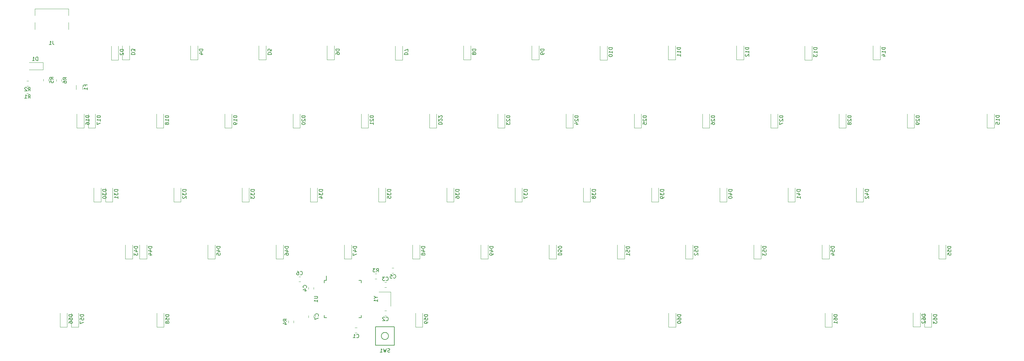
<source format=gbr>
G04 #@! TF.GenerationSoftware,KiCad,Pcbnew,(5.1.10)-1*
G04 #@! TF.CreationDate,2021-11-02T22:14:20+11:00*
G04 #@! TF.ProjectId,x60,7836302e-6b69-4636-9164-5f7063625858,rev?*
G04 #@! TF.SameCoordinates,Original*
G04 #@! TF.FileFunction,Legend,Bot*
G04 #@! TF.FilePolarity,Positive*
%FSLAX46Y46*%
G04 Gerber Fmt 4.6, Leading zero omitted, Abs format (unit mm)*
G04 Created by KiCad (PCBNEW (5.1.10)-1) date 2021-11-02 22:14:20*
%MOMM*%
%LPD*%
G01*
G04 APERTURE LIST*
%ADD10C,0.120000*%
%ADD11C,0.150000*%
G04 APERTURE END LIST*
D10*
X93550900Y-119266400D02*
X93550900Y-117366400D01*
X93550900Y-123166400D02*
X93550900Y-121166400D01*
X102950900Y-119266400D02*
X102950900Y-117366400D01*
X102950900Y-123166400D02*
X102950900Y-121166400D01*
X93550900Y-117366400D02*
X102950900Y-117366400D01*
X95914650Y-132351400D02*
X95914650Y-134351400D01*
X95914650Y-134351400D02*
X92014650Y-134351400D01*
X95914650Y-132351400D02*
X92014650Y-132351400D01*
X101030900Y-137597478D02*
X101030900Y-137080322D01*
X99610900Y-137597478D02*
X99610900Y-137080322D01*
X97360900Y-137537478D02*
X97360900Y-137020322D01*
X95940900Y-137537478D02*
X95940900Y-137020322D01*
X106890900Y-139873464D02*
X106890900Y-138669336D01*
X105070900Y-139873464D02*
X105070900Y-138669336D01*
X167741978Y-192172650D02*
X167224822Y-192172650D01*
X167741978Y-193592650D02*
X167224822Y-193592650D01*
X169948400Y-195149072D02*
X169948400Y-195666228D01*
X171368400Y-195149072D02*
X171368400Y-195666228D01*
X189589650Y-196438900D02*
X192889650Y-196438900D01*
X192889650Y-196438900D02*
X192889650Y-200438900D01*
D11*
X174358400Y-193263900D02*
X174933400Y-193263900D01*
X174358400Y-203613900D02*
X175033400Y-203613900D01*
X184708400Y-203613900D02*
X184033400Y-203613900D01*
X184708400Y-193263900D02*
X184033400Y-193263900D01*
X174358400Y-193263900D02*
X174358400Y-193938900D01*
X184708400Y-193263900D02*
X184708400Y-193938900D01*
X184708400Y-203613900D02*
X184708400Y-202938900D01*
X174358400Y-203613900D02*
X174358400Y-202938900D01*
X174933400Y-193263900D02*
X174933400Y-191988900D01*
X192295900Y-208757650D02*
G75*
G03*
X192295900Y-208757650I-1000000J0D01*
G01*
X193895900Y-211357650D02*
X193895900Y-206157650D01*
X188695900Y-211357650D02*
X193895900Y-211357650D01*
X188695900Y-206157650D02*
X188695900Y-211357650D01*
X193895900Y-206157650D02*
X188695900Y-206157650D01*
D10*
X164392150Y-204530322D02*
X164392150Y-205047478D01*
X165812150Y-204530322D02*
X165812150Y-205047478D01*
X189029478Y-191378900D02*
X188512322Y-191378900D01*
X189029478Y-192798900D02*
X188512322Y-192798900D01*
X91262322Y-138931400D02*
X91779478Y-138931400D01*
X91262322Y-137511400D02*
X91779478Y-137511400D01*
X91262322Y-140971400D02*
X91779478Y-140971400D01*
X91262322Y-139551400D02*
X91779478Y-139551400D01*
X343902150Y-206245150D02*
X341902150Y-206245150D01*
X341902150Y-206245150D02*
X341902150Y-202345150D01*
X343902150Y-206245150D02*
X343902150Y-202345150D01*
X340727150Y-206182650D02*
X338727150Y-206182650D01*
X338727150Y-206182650D02*
X338727150Y-202282650D01*
X340727150Y-206182650D02*
X340727150Y-202282650D01*
X316120900Y-206245150D02*
X314120900Y-206245150D01*
X314120900Y-206245150D02*
X314120900Y-202345150D01*
X316120900Y-206245150D02*
X316120900Y-202345150D01*
X272464650Y-206245150D02*
X270464650Y-206245150D01*
X270464650Y-206245150D02*
X270464650Y-202345150D01*
X272464650Y-206245150D02*
X272464650Y-202345150D01*
X201820900Y-206245150D02*
X199820900Y-206245150D01*
X199820900Y-206245150D02*
X199820900Y-202345150D01*
X201820900Y-206245150D02*
X201820900Y-202345150D01*
X129589650Y-206245150D02*
X127589650Y-206245150D01*
X127589650Y-206245150D02*
X127589650Y-202345150D01*
X129589650Y-206245150D02*
X129589650Y-202345150D01*
X105777150Y-206245150D02*
X103777150Y-206245150D01*
X103777150Y-206245150D02*
X103777150Y-202345150D01*
X105777150Y-206245150D02*
X105777150Y-202345150D01*
X102602150Y-206245150D02*
X100602150Y-206245150D01*
X100602150Y-206245150D02*
X100602150Y-202345150D01*
X102602150Y-206245150D02*
X102602150Y-202345150D01*
X347870900Y-187195150D02*
X345870900Y-187195150D01*
X345870900Y-187195150D02*
X345870900Y-183295150D01*
X347870900Y-187195150D02*
X347870900Y-183295150D01*
X315327150Y-187195150D02*
X313327150Y-187195150D01*
X313327150Y-187195150D02*
X313327150Y-183295150D01*
X315327150Y-187195150D02*
X315327150Y-183295150D01*
X296277150Y-187195150D02*
X294277150Y-187195150D01*
X294277150Y-187195150D02*
X294277150Y-183295150D01*
X296277150Y-187195150D02*
X296277150Y-183295150D01*
X277227150Y-187195150D02*
X275227150Y-187195150D01*
X275227150Y-187195150D02*
X275227150Y-183295150D01*
X277227150Y-187195150D02*
X277227150Y-183295150D01*
X258177150Y-187257650D02*
X256177150Y-187257650D01*
X256177150Y-187257650D02*
X256177150Y-183357650D01*
X258177150Y-187257650D02*
X258177150Y-183357650D01*
X239127150Y-187195150D02*
X237127150Y-187195150D01*
X237127150Y-187195150D02*
X237127150Y-183295150D01*
X239127150Y-187195150D02*
X239127150Y-183295150D01*
X220077150Y-187195150D02*
X218077150Y-187195150D01*
X218077150Y-187195150D02*
X218077150Y-183295150D01*
X220077150Y-187195150D02*
X220077150Y-183295150D01*
X201027150Y-187195150D02*
X199027150Y-187195150D01*
X199027150Y-187195150D02*
X199027150Y-183295150D01*
X201027150Y-187195150D02*
X201027150Y-183295150D01*
X181977150Y-187195150D02*
X179977150Y-187195150D01*
X179977150Y-187195150D02*
X179977150Y-183295150D01*
X181977150Y-187195150D02*
X181977150Y-183295150D01*
X162927150Y-187195150D02*
X160927150Y-187195150D01*
X160927150Y-187195150D02*
X160927150Y-183295150D01*
X162927150Y-187195150D02*
X162927150Y-183295150D01*
X143877150Y-187195150D02*
X141877150Y-187195150D01*
X141877150Y-187195150D02*
X141877150Y-183295150D01*
X143877150Y-187195150D02*
X143877150Y-183295150D01*
X124827150Y-187195150D02*
X122827150Y-187195150D01*
X122827150Y-187195150D02*
X122827150Y-183295150D01*
X124827150Y-187195150D02*
X124827150Y-183295150D01*
X120858400Y-187195150D02*
X118858400Y-187195150D01*
X118858400Y-187195150D02*
X118858400Y-183295150D01*
X120858400Y-187195150D02*
X120858400Y-183295150D01*
X324852150Y-171320150D02*
X322852150Y-171320150D01*
X322852150Y-171320150D02*
X322852150Y-167420150D01*
X324852150Y-171320150D02*
X324852150Y-167420150D01*
X305802150Y-171320150D02*
X303802150Y-171320150D01*
X303802150Y-171320150D02*
X303802150Y-167420150D01*
X305802150Y-171320150D02*
X305802150Y-167420150D01*
X286752150Y-171320150D02*
X284752150Y-171320150D01*
X284752150Y-171320150D02*
X284752150Y-167420150D01*
X286752150Y-171320150D02*
X286752150Y-167420150D01*
X267702150Y-171320150D02*
X265702150Y-171320150D01*
X265702150Y-171320150D02*
X265702150Y-167420150D01*
X267702150Y-171320150D02*
X267702150Y-167420150D01*
X248652150Y-171320150D02*
X246652150Y-171320150D01*
X246652150Y-171320150D02*
X246652150Y-167420150D01*
X248652150Y-171320150D02*
X248652150Y-167420150D01*
X229602150Y-171320150D02*
X227602150Y-171320150D01*
X227602150Y-171320150D02*
X227602150Y-167420150D01*
X229602150Y-171320150D02*
X229602150Y-167420150D01*
X210552150Y-171320150D02*
X208552150Y-171320150D01*
X208552150Y-171320150D02*
X208552150Y-167420150D01*
X210552150Y-171320150D02*
X210552150Y-167420150D01*
X191502150Y-171320150D02*
X189502150Y-171320150D01*
X189502150Y-171320150D02*
X189502150Y-167420150D01*
X191502150Y-171320150D02*
X191502150Y-167420150D01*
X172452150Y-171320150D02*
X170452150Y-171320150D01*
X170452150Y-171320150D02*
X170452150Y-167420150D01*
X172452150Y-171320150D02*
X172452150Y-167420150D01*
X153402150Y-171320150D02*
X151402150Y-171320150D01*
X151402150Y-171320150D02*
X151402150Y-167420150D01*
X153402150Y-171320150D02*
X153402150Y-167420150D01*
X134352150Y-171320150D02*
X132352150Y-171320150D01*
X132352150Y-171320150D02*
X132352150Y-167420150D01*
X134352150Y-171320150D02*
X134352150Y-167420150D01*
X115302150Y-171320150D02*
X113302150Y-171320150D01*
X113302150Y-171320150D02*
X113302150Y-167420150D01*
X115302150Y-171320150D02*
X115302150Y-167420150D01*
X112045900Y-171320150D02*
X110045900Y-171320150D01*
X110045900Y-171320150D02*
X110045900Y-167420150D01*
X112045900Y-171320150D02*
X112045900Y-167420150D01*
X339058400Y-150682650D02*
X337058400Y-150682650D01*
X337058400Y-150682650D02*
X337058400Y-146782650D01*
X339058400Y-150682650D02*
X339058400Y-146782650D01*
X320008400Y-150682650D02*
X318008400Y-150682650D01*
X318008400Y-150682650D02*
X318008400Y-146782650D01*
X320008400Y-150682650D02*
X320008400Y-146782650D01*
X300958400Y-150682650D02*
X298958400Y-150682650D01*
X298958400Y-150682650D02*
X298958400Y-146782650D01*
X300958400Y-150682650D02*
X300958400Y-146782650D01*
X281908400Y-150682650D02*
X279908400Y-150682650D01*
X279908400Y-150682650D02*
X279908400Y-146782650D01*
X281908400Y-150682650D02*
X281908400Y-146782650D01*
X262858400Y-150682650D02*
X260858400Y-150682650D01*
X260858400Y-150682650D02*
X260858400Y-146782650D01*
X262858400Y-150682650D02*
X262858400Y-146782650D01*
X243808400Y-150682650D02*
X241808400Y-150682650D01*
X241808400Y-150682650D02*
X241808400Y-146782650D01*
X243808400Y-150682650D02*
X243808400Y-146782650D01*
X224758400Y-150682650D02*
X222758400Y-150682650D01*
X222758400Y-150682650D02*
X222758400Y-146782650D01*
X224758400Y-150682650D02*
X224758400Y-146782650D01*
X205708400Y-150682650D02*
X203708400Y-150682650D01*
X203708400Y-150682650D02*
X203708400Y-146782650D01*
X205708400Y-150682650D02*
X205708400Y-146782650D01*
X186658400Y-150682650D02*
X184658400Y-150682650D01*
X184658400Y-150682650D02*
X184658400Y-146782650D01*
X186658400Y-150682650D02*
X186658400Y-146782650D01*
X167608400Y-150682650D02*
X165608400Y-150682650D01*
X165608400Y-150682650D02*
X165608400Y-146782650D01*
X167608400Y-150682650D02*
X167608400Y-146782650D01*
X148558400Y-150682650D02*
X146558400Y-150682650D01*
X146558400Y-150682650D02*
X146558400Y-146782650D01*
X148558400Y-150682650D02*
X148558400Y-146782650D01*
X129508400Y-150682650D02*
X127508400Y-150682650D01*
X127508400Y-150682650D02*
X127508400Y-146782650D01*
X129508400Y-150682650D02*
X129508400Y-146782650D01*
X110458400Y-150682650D02*
X108458400Y-150682650D01*
X108458400Y-150682650D02*
X108458400Y-146782650D01*
X110458400Y-150682650D02*
X110458400Y-146782650D01*
X107283400Y-150682650D02*
X105283400Y-150682650D01*
X105283400Y-150682650D02*
X105283400Y-146782650D01*
X107283400Y-150682650D02*
X107283400Y-146782650D01*
X361364650Y-150620150D02*
X359364650Y-150620150D01*
X359364650Y-150620150D02*
X359364650Y-146720150D01*
X361364650Y-150620150D02*
X361364650Y-146720150D01*
X329533400Y-131632650D02*
X327533400Y-131632650D01*
X327533400Y-131632650D02*
X327533400Y-127732650D01*
X329533400Y-131632650D02*
X329533400Y-127732650D01*
X310483400Y-131695150D02*
X308483400Y-131695150D01*
X308483400Y-131695150D02*
X308483400Y-127795150D01*
X310483400Y-131695150D02*
X310483400Y-127795150D01*
X291433400Y-131632650D02*
X289433400Y-131632650D01*
X289433400Y-131632650D02*
X289433400Y-127732650D01*
X291433400Y-131632650D02*
X291433400Y-127732650D01*
X272383400Y-131632650D02*
X270383400Y-131632650D01*
X270383400Y-131632650D02*
X270383400Y-127732650D01*
X272383400Y-131632650D02*
X272383400Y-127732650D01*
X253333400Y-131695150D02*
X251333400Y-131695150D01*
X251333400Y-131695150D02*
X251333400Y-127795150D01*
X253333400Y-131695150D02*
X253333400Y-127795150D01*
X234283400Y-131632650D02*
X232283400Y-131632650D01*
X232283400Y-131632650D02*
X232283400Y-127732650D01*
X234283400Y-131632650D02*
X234283400Y-127732650D01*
X215233400Y-131632650D02*
X213233400Y-131632650D01*
X213233400Y-131632650D02*
X213233400Y-127732650D01*
X215233400Y-131632650D02*
X215233400Y-127732650D01*
X196183400Y-131695150D02*
X194183400Y-131695150D01*
X194183400Y-131695150D02*
X194183400Y-127795150D01*
X196183400Y-131695150D02*
X196183400Y-127795150D01*
X177133400Y-131632650D02*
X175133400Y-131632650D01*
X175133400Y-131632650D02*
X175133400Y-127732650D01*
X177133400Y-131632650D02*
X177133400Y-127732650D01*
X158083400Y-131632650D02*
X156083400Y-131632650D01*
X156083400Y-131632650D02*
X156083400Y-127732650D01*
X158083400Y-131632650D02*
X158083400Y-127732650D01*
X139033400Y-131632650D02*
X137033400Y-131632650D01*
X137033400Y-131632650D02*
X137033400Y-127732650D01*
X139033400Y-131632650D02*
X139033400Y-127732650D01*
X119983400Y-131632650D02*
X117983400Y-131632650D01*
X117983400Y-131632650D02*
X117983400Y-127732650D01*
X119983400Y-131632650D02*
X119983400Y-127732650D01*
X116889650Y-131695150D02*
X114889650Y-131695150D01*
X114889650Y-131695150D02*
X114889650Y-127795150D01*
X116889650Y-131695150D02*
X116889650Y-127795150D01*
X171368400Y-203603728D02*
X171368400Y-203086572D01*
X169948400Y-203603728D02*
X169948400Y-203086572D01*
X193274822Y-191211400D02*
X193791978Y-191211400D01*
X193274822Y-189791400D02*
X193791978Y-189791400D01*
X191698228Y-193760150D02*
X191181072Y-193760150D01*
X191698228Y-195180150D02*
X191181072Y-195180150D01*
X191181072Y-203117650D02*
X191698228Y-203117650D01*
X191181072Y-201697650D02*
X191698228Y-201697650D01*
X182956072Y-207880150D02*
X183473228Y-207880150D01*
X182956072Y-206460150D02*
X183473228Y-206460150D01*
D11*
X98584233Y-126363780D02*
X98584233Y-127078066D01*
X98631852Y-127220923D01*
X98727090Y-127316161D01*
X98869947Y-127363780D01*
X98965185Y-127363780D01*
X97584233Y-127363780D02*
X98155661Y-127363780D01*
X97869947Y-127363780D02*
X97869947Y-126363780D01*
X97965185Y-126506638D01*
X98060423Y-126601876D01*
X98155661Y-126649495D01*
X94402745Y-131803780D02*
X94402745Y-130803780D01*
X94164650Y-130803780D01*
X94021792Y-130851400D01*
X93926554Y-130946638D01*
X93878935Y-131041876D01*
X93831316Y-131232352D01*
X93831316Y-131375209D01*
X93878935Y-131565685D01*
X93926554Y-131660923D01*
X94021792Y-131756161D01*
X94164650Y-131803780D01*
X94402745Y-131803780D01*
X92878935Y-131803780D02*
X93450364Y-131803780D01*
X93164650Y-131803780D02*
X93164650Y-130803780D01*
X93259888Y-130946638D01*
X93355126Y-131041876D01*
X93450364Y-131089495D01*
X102423280Y-137172233D02*
X101947090Y-136838900D01*
X102423280Y-136600804D02*
X101423280Y-136600804D01*
X101423280Y-136981757D01*
X101470900Y-137076995D01*
X101518519Y-137124614D01*
X101613757Y-137172233D01*
X101756614Y-137172233D01*
X101851852Y-137124614D01*
X101899471Y-137076995D01*
X101947090Y-136981757D01*
X101947090Y-136600804D01*
X101423280Y-138029376D02*
X101423280Y-137838900D01*
X101470900Y-137743661D01*
X101518519Y-137696042D01*
X101661376Y-137600804D01*
X101851852Y-137553185D01*
X102232804Y-137553185D01*
X102328042Y-137600804D01*
X102375661Y-137648423D01*
X102423280Y-137743661D01*
X102423280Y-137934138D01*
X102375661Y-138029376D01*
X102328042Y-138076995D01*
X102232804Y-138124614D01*
X101994709Y-138124614D01*
X101899471Y-138076995D01*
X101851852Y-138029376D01*
X101804233Y-137934138D01*
X101804233Y-137743661D01*
X101851852Y-137648423D01*
X101899471Y-137600804D01*
X101994709Y-137553185D01*
X98753280Y-137112233D02*
X98277090Y-136778900D01*
X98753280Y-136540804D02*
X97753280Y-136540804D01*
X97753280Y-136921757D01*
X97800900Y-137016995D01*
X97848519Y-137064614D01*
X97943757Y-137112233D01*
X98086614Y-137112233D01*
X98181852Y-137064614D01*
X98229471Y-137016995D01*
X98277090Y-136921757D01*
X98277090Y-136540804D01*
X97753280Y-138016995D02*
X97753280Y-137540804D01*
X98229471Y-137493185D01*
X98181852Y-137540804D01*
X98134233Y-137636042D01*
X98134233Y-137874138D01*
X98181852Y-137969376D01*
X98229471Y-138016995D01*
X98324709Y-138064614D01*
X98562804Y-138064614D01*
X98658042Y-138016995D01*
X98705661Y-137969376D01*
X98753280Y-137874138D01*
X98753280Y-137636042D01*
X98705661Y-137540804D01*
X98658042Y-137493185D01*
X107729471Y-138938066D02*
X107729471Y-138604733D01*
X108253280Y-138604733D02*
X107253280Y-138604733D01*
X107253280Y-139080923D01*
X108253280Y-139985685D02*
X108253280Y-139414257D01*
X108253280Y-139699971D02*
X107253280Y-139699971D01*
X107396138Y-139604733D01*
X107491376Y-139509495D01*
X107538995Y-139414257D01*
X167650066Y-191589792D02*
X167697685Y-191637411D01*
X167840542Y-191685030D01*
X167935780Y-191685030D01*
X168078638Y-191637411D01*
X168173876Y-191542173D01*
X168221495Y-191446935D01*
X168269114Y-191256459D01*
X168269114Y-191113602D01*
X168221495Y-190923126D01*
X168173876Y-190827888D01*
X168078638Y-190732650D01*
X167935780Y-190685030D01*
X167840542Y-190685030D01*
X167697685Y-190732650D01*
X167650066Y-190780269D01*
X166792923Y-190685030D02*
X166983400Y-190685030D01*
X167078638Y-190732650D01*
X167126257Y-190780269D01*
X167221495Y-190923126D01*
X167269114Y-191113602D01*
X167269114Y-191494554D01*
X167221495Y-191589792D01*
X167173876Y-191637411D01*
X167078638Y-191685030D01*
X166888161Y-191685030D01*
X166792923Y-191637411D01*
X166745304Y-191589792D01*
X166697685Y-191494554D01*
X166697685Y-191256459D01*
X166745304Y-191161221D01*
X166792923Y-191113602D01*
X166888161Y-191065983D01*
X167078638Y-191065983D01*
X167173876Y-191113602D01*
X167221495Y-191161221D01*
X167269114Y-191256459D01*
X169365542Y-195240983D02*
X169413161Y-195193364D01*
X169460780Y-195050507D01*
X169460780Y-194955269D01*
X169413161Y-194812411D01*
X169317923Y-194717173D01*
X169222685Y-194669554D01*
X169032209Y-194621935D01*
X168889352Y-194621935D01*
X168698876Y-194669554D01*
X168603638Y-194717173D01*
X168508400Y-194812411D01*
X168460780Y-194955269D01*
X168460780Y-195050507D01*
X168508400Y-195193364D01*
X168556019Y-195240983D01*
X168794114Y-196098126D02*
X169460780Y-196098126D01*
X168413161Y-195860030D02*
X169127447Y-195621935D01*
X169127447Y-196240983D01*
X188765840Y-197962709D02*
X189242030Y-197962709D01*
X188242030Y-197629376D02*
X188765840Y-197962709D01*
X188242030Y-198296042D01*
X189242030Y-199153185D02*
X189242030Y-198581757D01*
X189242030Y-198867471D02*
X188242030Y-198867471D01*
X188384888Y-198772233D01*
X188480126Y-198676995D01*
X188527745Y-198581757D01*
X171535780Y-197676995D02*
X172345304Y-197676995D01*
X172440542Y-197724614D01*
X172488161Y-197772233D01*
X172535780Y-197867471D01*
X172535780Y-198057947D01*
X172488161Y-198153185D01*
X172440542Y-198200804D01*
X172345304Y-198248423D01*
X171535780Y-198248423D01*
X172535780Y-199248423D02*
X172535780Y-198676995D01*
X172535780Y-198962709D02*
X171535780Y-198962709D01*
X171678638Y-198867471D01*
X171773876Y-198772233D01*
X171821495Y-198676995D01*
X192629233Y-213226411D02*
X192486376Y-213274030D01*
X192248280Y-213274030D01*
X192153042Y-213226411D01*
X192105423Y-213178792D01*
X192057804Y-213083554D01*
X192057804Y-212988316D01*
X192105423Y-212893078D01*
X192153042Y-212845459D01*
X192248280Y-212797840D01*
X192438757Y-212750221D01*
X192533995Y-212702602D01*
X192581614Y-212654983D01*
X192629233Y-212559745D01*
X192629233Y-212464507D01*
X192581614Y-212369269D01*
X192533995Y-212321650D01*
X192438757Y-212274030D01*
X192200661Y-212274030D01*
X192057804Y-212321650D01*
X191724471Y-212274030D02*
X191486376Y-213274030D01*
X191295900Y-212559745D01*
X191105423Y-213274030D01*
X190867328Y-212274030D01*
X189962566Y-213274030D02*
X190533995Y-213274030D01*
X190248280Y-213274030D02*
X190248280Y-212274030D01*
X190343519Y-212416888D01*
X190438757Y-212512126D01*
X190533995Y-212559745D01*
X163904530Y-204622233D02*
X163428340Y-204288900D01*
X163904530Y-204050804D02*
X162904530Y-204050804D01*
X162904530Y-204431757D01*
X162952150Y-204526995D01*
X162999769Y-204574614D01*
X163095007Y-204622233D01*
X163237864Y-204622233D01*
X163333102Y-204574614D01*
X163380721Y-204526995D01*
X163428340Y-204431757D01*
X163428340Y-204050804D01*
X163237864Y-205479376D02*
X163904530Y-205479376D01*
X162856911Y-205241280D02*
X163571197Y-205003185D01*
X163571197Y-205622233D01*
X188937566Y-190891280D02*
X189270900Y-190415090D01*
X189508995Y-190891280D02*
X189508995Y-189891280D01*
X189128042Y-189891280D01*
X189032804Y-189938900D01*
X188985185Y-189986519D01*
X188937566Y-190081757D01*
X188937566Y-190224614D01*
X188985185Y-190319852D01*
X189032804Y-190367471D01*
X189128042Y-190415090D01*
X189508995Y-190415090D01*
X188604233Y-189891280D02*
X187985185Y-189891280D01*
X188318519Y-190272233D01*
X188175661Y-190272233D01*
X188080423Y-190319852D01*
X188032804Y-190367471D01*
X187985185Y-190462709D01*
X187985185Y-190700804D01*
X188032804Y-190796042D01*
X188080423Y-190843661D01*
X188175661Y-190891280D01*
X188461376Y-190891280D01*
X188556614Y-190843661D01*
X188604233Y-190796042D01*
X91687566Y-140323780D02*
X92020900Y-139847590D01*
X92258995Y-140323780D02*
X92258995Y-139323780D01*
X91878042Y-139323780D01*
X91782804Y-139371400D01*
X91735185Y-139419019D01*
X91687566Y-139514257D01*
X91687566Y-139657114D01*
X91735185Y-139752352D01*
X91782804Y-139799971D01*
X91878042Y-139847590D01*
X92258995Y-139847590D01*
X91306614Y-139419019D02*
X91258995Y-139371400D01*
X91163757Y-139323780D01*
X90925661Y-139323780D01*
X90830423Y-139371400D01*
X90782804Y-139419019D01*
X90735185Y-139514257D01*
X90735185Y-139609495D01*
X90782804Y-139752352D01*
X91354233Y-140323780D01*
X90735185Y-140323780D01*
X91687566Y-142363780D02*
X92020900Y-141887590D01*
X92258995Y-142363780D02*
X92258995Y-141363780D01*
X91878042Y-141363780D01*
X91782804Y-141411400D01*
X91735185Y-141459019D01*
X91687566Y-141554257D01*
X91687566Y-141697114D01*
X91735185Y-141792352D01*
X91782804Y-141839971D01*
X91878042Y-141887590D01*
X92258995Y-141887590D01*
X90735185Y-142363780D02*
X91306614Y-142363780D01*
X91020900Y-142363780D02*
X91020900Y-141363780D01*
X91116138Y-141506638D01*
X91211376Y-141601876D01*
X91306614Y-141649495D01*
X345354530Y-202780864D02*
X344354530Y-202780864D01*
X344354530Y-203018959D01*
X344402150Y-203161816D01*
X344497388Y-203257054D01*
X344592626Y-203304673D01*
X344783102Y-203352292D01*
X344925959Y-203352292D01*
X345116435Y-203304673D01*
X345211673Y-203257054D01*
X345306911Y-203161816D01*
X345354530Y-203018959D01*
X345354530Y-202780864D01*
X344354530Y-204209435D02*
X344354530Y-204018959D01*
X344402150Y-203923721D01*
X344449769Y-203876102D01*
X344592626Y-203780864D01*
X344783102Y-203733245D01*
X345164054Y-203733245D01*
X345259292Y-203780864D01*
X345306911Y-203828483D01*
X345354530Y-203923721D01*
X345354530Y-204114197D01*
X345306911Y-204209435D01*
X345259292Y-204257054D01*
X345164054Y-204304673D01*
X344925959Y-204304673D01*
X344830721Y-204257054D01*
X344783102Y-204209435D01*
X344735483Y-204114197D01*
X344735483Y-203923721D01*
X344783102Y-203828483D01*
X344830721Y-203780864D01*
X344925959Y-203733245D01*
X344354530Y-204638007D02*
X344354530Y-205257054D01*
X344735483Y-204923721D01*
X344735483Y-205066578D01*
X344783102Y-205161816D01*
X344830721Y-205209435D01*
X344925959Y-205257054D01*
X345164054Y-205257054D01*
X345259292Y-205209435D01*
X345306911Y-205161816D01*
X345354530Y-205066578D01*
X345354530Y-204780864D01*
X345306911Y-204685626D01*
X345259292Y-204638007D01*
X342179530Y-202718364D02*
X341179530Y-202718364D01*
X341179530Y-202956459D01*
X341227150Y-203099316D01*
X341322388Y-203194554D01*
X341417626Y-203242173D01*
X341608102Y-203289792D01*
X341750959Y-203289792D01*
X341941435Y-203242173D01*
X342036673Y-203194554D01*
X342131911Y-203099316D01*
X342179530Y-202956459D01*
X342179530Y-202718364D01*
X341179530Y-204146935D02*
X341179530Y-203956459D01*
X341227150Y-203861221D01*
X341274769Y-203813602D01*
X341417626Y-203718364D01*
X341608102Y-203670745D01*
X341989054Y-203670745D01*
X342084292Y-203718364D01*
X342131911Y-203765983D01*
X342179530Y-203861221D01*
X342179530Y-204051697D01*
X342131911Y-204146935D01*
X342084292Y-204194554D01*
X341989054Y-204242173D01*
X341750959Y-204242173D01*
X341655721Y-204194554D01*
X341608102Y-204146935D01*
X341560483Y-204051697D01*
X341560483Y-203861221D01*
X341608102Y-203765983D01*
X341655721Y-203718364D01*
X341750959Y-203670745D01*
X341274769Y-204623126D02*
X341227150Y-204670745D01*
X341179530Y-204765983D01*
X341179530Y-205004078D01*
X341227150Y-205099316D01*
X341274769Y-205146935D01*
X341370007Y-205194554D01*
X341465245Y-205194554D01*
X341608102Y-205146935D01*
X342179530Y-204575507D01*
X342179530Y-205194554D01*
X317573280Y-202780864D02*
X316573280Y-202780864D01*
X316573280Y-203018959D01*
X316620900Y-203161816D01*
X316716138Y-203257054D01*
X316811376Y-203304673D01*
X317001852Y-203352292D01*
X317144709Y-203352292D01*
X317335185Y-203304673D01*
X317430423Y-203257054D01*
X317525661Y-203161816D01*
X317573280Y-203018959D01*
X317573280Y-202780864D01*
X316573280Y-204209435D02*
X316573280Y-204018959D01*
X316620900Y-203923721D01*
X316668519Y-203876102D01*
X316811376Y-203780864D01*
X317001852Y-203733245D01*
X317382804Y-203733245D01*
X317478042Y-203780864D01*
X317525661Y-203828483D01*
X317573280Y-203923721D01*
X317573280Y-204114197D01*
X317525661Y-204209435D01*
X317478042Y-204257054D01*
X317382804Y-204304673D01*
X317144709Y-204304673D01*
X317049471Y-204257054D01*
X317001852Y-204209435D01*
X316954233Y-204114197D01*
X316954233Y-203923721D01*
X317001852Y-203828483D01*
X317049471Y-203780864D01*
X317144709Y-203733245D01*
X317573280Y-205257054D02*
X317573280Y-204685626D01*
X317573280Y-204971340D02*
X316573280Y-204971340D01*
X316716138Y-204876102D01*
X316811376Y-204780864D01*
X316858995Y-204685626D01*
X273917030Y-202780864D02*
X272917030Y-202780864D01*
X272917030Y-203018959D01*
X272964650Y-203161816D01*
X273059888Y-203257054D01*
X273155126Y-203304673D01*
X273345602Y-203352292D01*
X273488459Y-203352292D01*
X273678935Y-203304673D01*
X273774173Y-203257054D01*
X273869411Y-203161816D01*
X273917030Y-203018959D01*
X273917030Y-202780864D01*
X272917030Y-204209435D02*
X272917030Y-204018959D01*
X272964650Y-203923721D01*
X273012269Y-203876102D01*
X273155126Y-203780864D01*
X273345602Y-203733245D01*
X273726554Y-203733245D01*
X273821792Y-203780864D01*
X273869411Y-203828483D01*
X273917030Y-203923721D01*
X273917030Y-204114197D01*
X273869411Y-204209435D01*
X273821792Y-204257054D01*
X273726554Y-204304673D01*
X273488459Y-204304673D01*
X273393221Y-204257054D01*
X273345602Y-204209435D01*
X273297983Y-204114197D01*
X273297983Y-203923721D01*
X273345602Y-203828483D01*
X273393221Y-203780864D01*
X273488459Y-203733245D01*
X272917030Y-204923721D02*
X272917030Y-205018959D01*
X272964650Y-205114197D01*
X273012269Y-205161816D01*
X273107507Y-205209435D01*
X273297983Y-205257054D01*
X273536078Y-205257054D01*
X273726554Y-205209435D01*
X273821792Y-205161816D01*
X273869411Y-205114197D01*
X273917030Y-205018959D01*
X273917030Y-204923721D01*
X273869411Y-204828483D01*
X273821792Y-204780864D01*
X273726554Y-204733245D01*
X273536078Y-204685626D01*
X273297983Y-204685626D01*
X273107507Y-204733245D01*
X273012269Y-204780864D01*
X272964650Y-204828483D01*
X272917030Y-204923721D01*
X203273280Y-202780864D02*
X202273280Y-202780864D01*
X202273280Y-203018959D01*
X202320900Y-203161816D01*
X202416138Y-203257054D01*
X202511376Y-203304673D01*
X202701852Y-203352292D01*
X202844709Y-203352292D01*
X203035185Y-203304673D01*
X203130423Y-203257054D01*
X203225661Y-203161816D01*
X203273280Y-203018959D01*
X203273280Y-202780864D01*
X202273280Y-204257054D02*
X202273280Y-203780864D01*
X202749471Y-203733245D01*
X202701852Y-203780864D01*
X202654233Y-203876102D01*
X202654233Y-204114197D01*
X202701852Y-204209435D01*
X202749471Y-204257054D01*
X202844709Y-204304673D01*
X203082804Y-204304673D01*
X203178042Y-204257054D01*
X203225661Y-204209435D01*
X203273280Y-204114197D01*
X203273280Y-203876102D01*
X203225661Y-203780864D01*
X203178042Y-203733245D01*
X203273280Y-204780864D02*
X203273280Y-204971340D01*
X203225661Y-205066578D01*
X203178042Y-205114197D01*
X203035185Y-205209435D01*
X202844709Y-205257054D01*
X202463757Y-205257054D01*
X202368519Y-205209435D01*
X202320900Y-205161816D01*
X202273280Y-205066578D01*
X202273280Y-204876102D01*
X202320900Y-204780864D01*
X202368519Y-204733245D01*
X202463757Y-204685626D01*
X202701852Y-204685626D01*
X202797090Y-204733245D01*
X202844709Y-204780864D01*
X202892328Y-204876102D01*
X202892328Y-205066578D01*
X202844709Y-205161816D01*
X202797090Y-205209435D01*
X202701852Y-205257054D01*
X131042030Y-202780864D02*
X130042030Y-202780864D01*
X130042030Y-203018959D01*
X130089650Y-203161816D01*
X130184888Y-203257054D01*
X130280126Y-203304673D01*
X130470602Y-203352292D01*
X130613459Y-203352292D01*
X130803935Y-203304673D01*
X130899173Y-203257054D01*
X130994411Y-203161816D01*
X131042030Y-203018959D01*
X131042030Y-202780864D01*
X130042030Y-204257054D02*
X130042030Y-203780864D01*
X130518221Y-203733245D01*
X130470602Y-203780864D01*
X130422983Y-203876102D01*
X130422983Y-204114197D01*
X130470602Y-204209435D01*
X130518221Y-204257054D01*
X130613459Y-204304673D01*
X130851554Y-204304673D01*
X130946792Y-204257054D01*
X130994411Y-204209435D01*
X131042030Y-204114197D01*
X131042030Y-203876102D01*
X130994411Y-203780864D01*
X130946792Y-203733245D01*
X130470602Y-204876102D02*
X130422983Y-204780864D01*
X130375364Y-204733245D01*
X130280126Y-204685626D01*
X130232507Y-204685626D01*
X130137269Y-204733245D01*
X130089650Y-204780864D01*
X130042030Y-204876102D01*
X130042030Y-205066578D01*
X130089650Y-205161816D01*
X130137269Y-205209435D01*
X130232507Y-205257054D01*
X130280126Y-205257054D01*
X130375364Y-205209435D01*
X130422983Y-205161816D01*
X130470602Y-205066578D01*
X130470602Y-204876102D01*
X130518221Y-204780864D01*
X130565840Y-204733245D01*
X130661078Y-204685626D01*
X130851554Y-204685626D01*
X130946792Y-204733245D01*
X130994411Y-204780864D01*
X131042030Y-204876102D01*
X131042030Y-205066578D01*
X130994411Y-205161816D01*
X130946792Y-205209435D01*
X130851554Y-205257054D01*
X130661078Y-205257054D01*
X130565840Y-205209435D01*
X130518221Y-205161816D01*
X130470602Y-205066578D01*
X107229530Y-202780864D02*
X106229530Y-202780864D01*
X106229530Y-203018959D01*
X106277150Y-203161816D01*
X106372388Y-203257054D01*
X106467626Y-203304673D01*
X106658102Y-203352292D01*
X106800959Y-203352292D01*
X106991435Y-203304673D01*
X107086673Y-203257054D01*
X107181911Y-203161816D01*
X107229530Y-203018959D01*
X107229530Y-202780864D01*
X106229530Y-204257054D02*
X106229530Y-203780864D01*
X106705721Y-203733245D01*
X106658102Y-203780864D01*
X106610483Y-203876102D01*
X106610483Y-204114197D01*
X106658102Y-204209435D01*
X106705721Y-204257054D01*
X106800959Y-204304673D01*
X107039054Y-204304673D01*
X107134292Y-204257054D01*
X107181911Y-204209435D01*
X107229530Y-204114197D01*
X107229530Y-203876102D01*
X107181911Y-203780864D01*
X107134292Y-203733245D01*
X106229530Y-204638007D02*
X106229530Y-205304673D01*
X107229530Y-204876102D01*
X104054530Y-202780864D02*
X103054530Y-202780864D01*
X103054530Y-203018959D01*
X103102150Y-203161816D01*
X103197388Y-203257054D01*
X103292626Y-203304673D01*
X103483102Y-203352292D01*
X103625959Y-203352292D01*
X103816435Y-203304673D01*
X103911673Y-203257054D01*
X104006911Y-203161816D01*
X104054530Y-203018959D01*
X104054530Y-202780864D01*
X103054530Y-204257054D02*
X103054530Y-203780864D01*
X103530721Y-203733245D01*
X103483102Y-203780864D01*
X103435483Y-203876102D01*
X103435483Y-204114197D01*
X103483102Y-204209435D01*
X103530721Y-204257054D01*
X103625959Y-204304673D01*
X103864054Y-204304673D01*
X103959292Y-204257054D01*
X104006911Y-204209435D01*
X104054530Y-204114197D01*
X104054530Y-203876102D01*
X104006911Y-203780864D01*
X103959292Y-203733245D01*
X103054530Y-205161816D02*
X103054530Y-204971340D01*
X103102150Y-204876102D01*
X103149769Y-204828483D01*
X103292626Y-204733245D01*
X103483102Y-204685626D01*
X103864054Y-204685626D01*
X103959292Y-204733245D01*
X104006911Y-204780864D01*
X104054530Y-204876102D01*
X104054530Y-205066578D01*
X104006911Y-205161816D01*
X103959292Y-205209435D01*
X103864054Y-205257054D01*
X103625959Y-205257054D01*
X103530721Y-205209435D01*
X103483102Y-205161816D01*
X103435483Y-205066578D01*
X103435483Y-204876102D01*
X103483102Y-204780864D01*
X103530721Y-204733245D01*
X103625959Y-204685626D01*
X349323280Y-183730864D02*
X348323280Y-183730864D01*
X348323280Y-183968959D01*
X348370900Y-184111816D01*
X348466138Y-184207054D01*
X348561376Y-184254673D01*
X348751852Y-184302292D01*
X348894709Y-184302292D01*
X349085185Y-184254673D01*
X349180423Y-184207054D01*
X349275661Y-184111816D01*
X349323280Y-183968959D01*
X349323280Y-183730864D01*
X348323280Y-185207054D02*
X348323280Y-184730864D01*
X348799471Y-184683245D01*
X348751852Y-184730864D01*
X348704233Y-184826102D01*
X348704233Y-185064197D01*
X348751852Y-185159435D01*
X348799471Y-185207054D01*
X348894709Y-185254673D01*
X349132804Y-185254673D01*
X349228042Y-185207054D01*
X349275661Y-185159435D01*
X349323280Y-185064197D01*
X349323280Y-184826102D01*
X349275661Y-184730864D01*
X349228042Y-184683245D01*
X348323280Y-186159435D02*
X348323280Y-185683245D01*
X348799471Y-185635626D01*
X348751852Y-185683245D01*
X348704233Y-185778483D01*
X348704233Y-186016578D01*
X348751852Y-186111816D01*
X348799471Y-186159435D01*
X348894709Y-186207054D01*
X349132804Y-186207054D01*
X349228042Y-186159435D01*
X349275661Y-186111816D01*
X349323280Y-186016578D01*
X349323280Y-185778483D01*
X349275661Y-185683245D01*
X349228042Y-185635626D01*
X316779530Y-183730864D02*
X315779530Y-183730864D01*
X315779530Y-183968959D01*
X315827150Y-184111816D01*
X315922388Y-184207054D01*
X316017626Y-184254673D01*
X316208102Y-184302292D01*
X316350959Y-184302292D01*
X316541435Y-184254673D01*
X316636673Y-184207054D01*
X316731911Y-184111816D01*
X316779530Y-183968959D01*
X316779530Y-183730864D01*
X315779530Y-185207054D02*
X315779530Y-184730864D01*
X316255721Y-184683245D01*
X316208102Y-184730864D01*
X316160483Y-184826102D01*
X316160483Y-185064197D01*
X316208102Y-185159435D01*
X316255721Y-185207054D01*
X316350959Y-185254673D01*
X316589054Y-185254673D01*
X316684292Y-185207054D01*
X316731911Y-185159435D01*
X316779530Y-185064197D01*
X316779530Y-184826102D01*
X316731911Y-184730864D01*
X316684292Y-184683245D01*
X316112864Y-186111816D02*
X316779530Y-186111816D01*
X315731911Y-185873721D02*
X316446197Y-185635626D01*
X316446197Y-186254673D01*
X297729530Y-183730864D02*
X296729530Y-183730864D01*
X296729530Y-183968959D01*
X296777150Y-184111816D01*
X296872388Y-184207054D01*
X296967626Y-184254673D01*
X297158102Y-184302292D01*
X297300959Y-184302292D01*
X297491435Y-184254673D01*
X297586673Y-184207054D01*
X297681911Y-184111816D01*
X297729530Y-183968959D01*
X297729530Y-183730864D01*
X296729530Y-185207054D02*
X296729530Y-184730864D01*
X297205721Y-184683245D01*
X297158102Y-184730864D01*
X297110483Y-184826102D01*
X297110483Y-185064197D01*
X297158102Y-185159435D01*
X297205721Y-185207054D01*
X297300959Y-185254673D01*
X297539054Y-185254673D01*
X297634292Y-185207054D01*
X297681911Y-185159435D01*
X297729530Y-185064197D01*
X297729530Y-184826102D01*
X297681911Y-184730864D01*
X297634292Y-184683245D01*
X296729530Y-185588007D02*
X296729530Y-186207054D01*
X297110483Y-185873721D01*
X297110483Y-186016578D01*
X297158102Y-186111816D01*
X297205721Y-186159435D01*
X297300959Y-186207054D01*
X297539054Y-186207054D01*
X297634292Y-186159435D01*
X297681911Y-186111816D01*
X297729530Y-186016578D01*
X297729530Y-185730864D01*
X297681911Y-185635626D01*
X297634292Y-185588007D01*
X278679530Y-183730864D02*
X277679530Y-183730864D01*
X277679530Y-183968959D01*
X277727150Y-184111816D01*
X277822388Y-184207054D01*
X277917626Y-184254673D01*
X278108102Y-184302292D01*
X278250959Y-184302292D01*
X278441435Y-184254673D01*
X278536673Y-184207054D01*
X278631911Y-184111816D01*
X278679530Y-183968959D01*
X278679530Y-183730864D01*
X277679530Y-185207054D02*
X277679530Y-184730864D01*
X278155721Y-184683245D01*
X278108102Y-184730864D01*
X278060483Y-184826102D01*
X278060483Y-185064197D01*
X278108102Y-185159435D01*
X278155721Y-185207054D01*
X278250959Y-185254673D01*
X278489054Y-185254673D01*
X278584292Y-185207054D01*
X278631911Y-185159435D01*
X278679530Y-185064197D01*
X278679530Y-184826102D01*
X278631911Y-184730864D01*
X278584292Y-184683245D01*
X277774769Y-185635626D02*
X277727150Y-185683245D01*
X277679530Y-185778483D01*
X277679530Y-186016578D01*
X277727150Y-186111816D01*
X277774769Y-186159435D01*
X277870007Y-186207054D01*
X277965245Y-186207054D01*
X278108102Y-186159435D01*
X278679530Y-185588007D01*
X278679530Y-186207054D01*
X259629530Y-183793364D02*
X258629530Y-183793364D01*
X258629530Y-184031459D01*
X258677150Y-184174316D01*
X258772388Y-184269554D01*
X258867626Y-184317173D01*
X259058102Y-184364792D01*
X259200959Y-184364792D01*
X259391435Y-184317173D01*
X259486673Y-184269554D01*
X259581911Y-184174316D01*
X259629530Y-184031459D01*
X259629530Y-183793364D01*
X258629530Y-185269554D02*
X258629530Y-184793364D01*
X259105721Y-184745745D01*
X259058102Y-184793364D01*
X259010483Y-184888602D01*
X259010483Y-185126697D01*
X259058102Y-185221935D01*
X259105721Y-185269554D01*
X259200959Y-185317173D01*
X259439054Y-185317173D01*
X259534292Y-185269554D01*
X259581911Y-185221935D01*
X259629530Y-185126697D01*
X259629530Y-184888602D01*
X259581911Y-184793364D01*
X259534292Y-184745745D01*
X259629530Y-186269554D02*
X259629530Y-185698126D01*
X259629530Y-185983840D02*
X258629530Y-185983840D01*
X258772388Y-185888602D01*
X258867626Y-185793364D01*
X258915245Y-185698126D01*
X239674769Y-186159435D02*
X240674769Y-186159435D01*
X240674769Y-185921340D01*
X240627150Y-185778483D01*
X240531911Y-185683245D01*
X240436673Y-185635626D01*
X240246197Y-185588007D01*
X240103340Y-185588007D01*
X239912864Y-185635626D01*
X239817626Y-185683245D01*
X239722388Y-185778483D01*
X239674769Y-185921340D01*
X239674769Y-186159435D01*
X240674769Y-184683245D02*
X240674769Y-185159435D01*
X240198578Y-185207054D01*
X240246197Y-185159435D01*
X240293816Y-185064197D01*
X240293816Y-184826102D01*
X240246197Y-184730864D01*
X240198578Y-184683245D01*
X240103340Y-184635626D01*
X239865245Y-184635626D01*
X239770007Y-184683245D01*
X239722388Y-184730864D01*
X239674769Y-184826102D01*
X239674769Y-185064197D01*
X239722388Y-185159435D01*
X239770007Y-185207054D01*
X240674769Y-184016578D02*
X240674769Y-183921340D01*
X240627150Y-183826102D01*
X240579530Y-183778483D01*
X240484292Y-183730864D01*
X240293816Y-183683245D01*
X240055721Y-183683245D01*
X239865245Y-183730864D01*
X239770007Y-183778483D01*
X239722388Y-183826102D01*
X239674769Y-183921340D01*
X239674769Y-184016578D01*
X239722388Y-184111816D01*
X239770007Y-184159435D01*
X239865245Y-184207054D01*
X240055721Y-184254673D01*
X240293816Y-184254673D01*
X240484292Y-184207054D01*
X240579530Y-184159435D01*
X240627150Y-184111816D01*
X240674769Y-184016578D01*
X221529530Y-183730864D02*
X220529530Y-183730864D01*
X220529530Y-183968959D01*
X220577150Y-184111816D01*
X220672388Y-184207054D01*
X220767626Y-184254673D01*
X220958102Y-184302292D01*
X221100959Y-184302292D01*
X221291435Y-184254673D01*
X221386673Y-184207054D01*
X221481911Y-184111816D01*
X221529530Y-183968959D01*
X221529530Y-183730864D01*
X220862864Y-185159435D02*
X221529530Y-185159435D01*
X220481911Y-184921340D02*
X221196197Y-184683245D01*
X221196197Y-185302292D01*
X221529530Y-185730864D02*
X221529530Y-185921340D01*
X221481911Y-186016578D01*
X221434292Y-186064197D01*
X221291435Y-186159435D01*
X221100959Y-186207054D01*
X220720007Y-186207054D01*
X220624769Y-186159435D01*
X220577150Y-186111816D01*
X220529530Y-186016578D01*
X220529530Y-185826102D01*
X220577150Y-185730864D01*
X220624769Y-185683245D01*
X220720007Y-185635626D01*
X220958102Y-185635626D01*
X221053340Y-185683245D01*
X221100959Y-185730864D01*
X221148578Y-185826102D01*
X221148578Y-186016578D01*
X221100959Y-186111816D01*
X221053340Y-186159435D01*
X220958102Y-186207054D01*
X202479530Y-183730864D02*
X201479530Y-183730864D01*
X201479530Y-183968959D01*
X201527150Y-184111816D01*
X201622388Y-184207054D01*
X201717626Y-184254673D01*
X201908102Y-184302292D01*
X202050959Y-184302292D01*
X202241435Y-184254673D01*
X202336673Y-184207054D01*
X202431911Y-184111816D01*
X202479530Y-183968959D01*
X202479530Y-183730864D01*
X201812864Y-185159435D02*
X202479530Y-185159435D01*
X201431911Y-184921340D02*
X202146197Y-184683245D01*
X202146197Y-185302292D01*
X201908102Y-185826102D02*
X201860483Y-185730864D01*
X201812864Y-185683245D01*
X201717626Y-185635626D01*
X201670007Y-185635626D01*
X201574769Y-185683245D01*
X201527150Y-185730864D01*
X201479530Y-185826102D01*
X201479530Y-186016578D01*
X201527150Y-186111816D01*
X201574769Y-186159435D01*
X201670007Y-186207054D01*
X201717626Y-186207054D01*
X201812864Y-186159435D01*
X201860483Y-186111816D01*
X201908102Y-186016578D01*
X201908102Y-185826102D01*
X201955721Y-185730864D01*
X202003340Y-185683245D01*
X202098578Y-185635626D01*
X202289054Y-185635626D01*
X202384292Y-185683245D01*
X202431911Y-185730864D01*
X202479530Y-185826102D01*
X202479530Y-186016578D01*
X202431911Y-186111816D01*
X202384292Y-186159435D01*
X202289054Y-186207054D01*
X202098578Y-186207054D01*
X202003340Y-186159435D01*
X201955721Y-186111816D01*
X201908102Y-186016578D01*
X183429530Y-183730864D02*
X182429530Y-183730864D01*
X182429530Y-183968959D01*
X182477150Y-184111816D01*
X182572388Y-184207054D01*
X182667626Y-184254673D01*
X182858102Y-184302292D01*
X183000959Y-184302292D01*
X183191435Y-184254673D01*
X183286673Y-184207054D01*
X183381911Y-184111816D01*
X183429530Y-183968959D01*
X183429530Y-183730864D01*
X182762864Y-185159435D02*
X183429530Y-185159435D01*
X182381911Y-184921340D02*
X183096197Y-184683245D01*
X183096197Y-185302292D01*
X182429530Y-185588007D02*
X182429530Y-186254673D01*
X183429530Y-185826102D01*
X164379530Y-183730864D02*
X163379530Y-183730864D01*
X163379530Y-183968959D01*
X163427150Y-184111816D01*
X163522388Y-184207054D01*
X163617626Y-184254673D01*
X163808102Y-184302292D01*
X163950959Y-184302292D01*
X164141435Y-184254673D01*
X164236673Y-184207054D01*
X164331911Y-184111816D01*
X164379530Y-183968959D01*
X164379530Y-183730864D01*
X163712864Y-185159435D02*
X164379530Y-185159435D01*
X163331911Y-184921340D02*
X164046197Y-184683245D01*
X164046197Y-185302292D01*
X163379530Y-186111816D02*
X163379530Y-185921340D01*
X163427150Y-185826102D01*
X163474769Y-185778483D01*
X163617626Y-185683245D01*
X163808102Y-185635626D01*
X164189054Y-185635626D01*
X164284292Y-185683245D01*
X164331911Y-185730864D01*
X164379530Y-185826102D01*
X164379530Y-186016578D01*
X164331911Y-186111816D01*
X164284292Y-186159435D01*
X164189054Y-186207054D01*
X163950959Y-186207054D01*
X163855721Y-186159435D01*
X163808102Y-186111816D01*
X163760483Y-186016578D01*
X163760483Y-185826102D01*
X163808102Y-185730864D01*
X163855721Y-185683245D01*
X163950959Y-185635626D01*
X145329530Y-183730864D02*
X144329530Y-183730864D01*
X144329530Y-183968959D01*
X144377150Y-184111816D01*
X144472388Y-184207054D01*
X144567626Y-184254673D01*
X144758102Y-184302292D01*
X144900959Y-184302292D01*
X145091435Y-184254673D01*
X145186673Y-184207054D01*
X145281911Y-184111816D01*
X145329530Y-183968959D01*
X145329530Y-183730864D01*
X144662864Y-185159435D02*
X145329530Y-185159435D01*
X144281911Y-184921340D02*
X144996197Y-184683245D01*
X144996197Y-185302292D01*
X144329530Y-186159435D02*
X144329530Y-185683245D01*
X144805721Y-185635626D01*
X144758102Y-185683245D01*
X144710483Y-185778483D01*
X144710483Y-186016578D01*
X144758102Y-186111816D01*
X144805721Y-186159435D01*
X144900959Y-186207054D01*
X145139054Y-186207054D01*
X145234292Y-186159435D01*
X145281911Y-186111816D01*
X145329530Y-186016578D01*
X145329530Y-185778483D01*
X145281911Y-185683245D01*
X145234292Y-185635626D01*
X126279530Y-183730864D02*
X125279530Y-183730864D01*
X125279530Y-183968959D01*
X125327150Y-184111816D01*
X125422388Y-184207054D01*
X125517626Y-184254673D01*
X125708102Y-184302292D01*
X125850959Y-184302292D01*
X126041435Y-184254673D01*
X126136673Y-184207054D01*
X126231911Y-184111816D01*
X126279530Y-183968959D01*
X126279530Y-183730864D01*
X125612864Y-185159435D02*
X126279530Y-185159435D01*
X125231911Y-184921340D02*
X125946197Y-184683245D01*
X125946197Y-185302292D01*
X125612864Y-186111816D02*
X126279530Y-186111816D01*
X125231911Y-185873721D02*
X125946197Y-185635626D01*
X125946197Y-186254673D01*
X122310780Y-183730864D02*
X121310780Y-183730864D01*
X121310780Y-183968959D01*
X121358400Y-184111816D01*
X121453638Y-184207054D01*
X121548876Y-184254673D01*
X121739352Y-184302292D01*
X121882209Y-184302292D01*
X122072685Y-184254673D01*
X122167923Y-184207054D01*
X122263161Y-184111816D01*
X122310780Y-183968959D01*
X122310780Y-183730864D01*
X121644114Y-185159435D02*
X122310780Y-185159435D01*
X121263161Y-184921340D02*
X121977447Y-184683245D01*
X121977447Y-185302292D01*
X121310780Y-185588007D02*
X121310780Y-186207054D01*
X121691733Y-185873721D01*
X121691733Y-186016578D01*
X121739352Y-186111816D01*
X121786971Y-186159435D01*
X121882209Y-186207054D01*
X122120304Y-186207054D01*
X122215542Y-186159435D01*
X122263161Y-186111816D01*
X122310780Y-186016578D01*
X122310780Y-185730864D01*
X122263161Y-185635626D01*
X122215542Y-185588007D01*
X326304530Y-167855864D02*
X325304530Y-167855864D01*
X325304530Y-168093959D01*
X325352150Y-168236816D01*
X325447388Y-168332054D01*
X325542626Y-168379673D01*
X325733102Y-168427292D01*
X325875959Y-168427292D01*
X326066435Y-168379673D01*
X326161673Y-168332054D01*
X326256911Y-168236816D01*
X326304530Y-168093959D01*
X326304530Y-167855864D01*
X325637864Y-169284435D02*
X326304530Y-169284435D01*
X325256911Y-169046340D02*
X325971197Y-168808245D01*
X325971197Y-169427292D01*
X325399769Y-169760626D02*
X325352150Y-169808245D01*
X325304530Y-169903483D01*
X325304530Y-170141578D01*
X325352150Y-170236816D01*
X325399769Y-170284435D01*
X325495007Y-170332054D01*
X325590245Y-170332054D01*
X325733102Y-170284435D01*
X326304530Y-169713007D01*
X326304530Y-170332054D01*
X307254530Y-167855864D02*
X306254530Y-167855864D01*
X306254530Y-168093959D01*
X306302150Y-168236816D01*
X306397388Y-168332054D01*
X306492626Y-168379673D01*
X306683102Y-168427292D01*
X306825959Y-168427292D01*
X307016435Y-168379673D01*
X307111673Y-168332054D01*
X307206911Y-168236816D01*
X307254530Y-168093959D01*
X307254530Y-167855864D01*
X306587864Y-169284435D02*
X307254530Y-169284435D01*
X306206911Y-169046340D02*
X306921197Y-168808245D01*
X306921197Y-169427292D01*
X307254530Y-170332054D02*
X307254530Y-169760626D01*
X307254530Y-170046340D02*
X306254530Y-170046340D01*
X306397388Y-169951102D01*
X306492626Y-169855864D01*
X306540245Y-169760626D01*
X288204530Y-167855864D02*
X287204530Y-167855864D01*
X287204530Y-168093959D01*
X287252150Y-168236816D01*
X287347388Y-168332054D01*
X287442626Y-168379673D01*
X287633102Y-168427292D01*
X287775959Y-168427292D01*
X287966435Y-168379673D01*
X288061673Y-168332054D01*
X288156911Y-168236816D01*
X288204530Y-168093959D01*
X288204530Y-167855864D01*
X287537864Y-169284435D02*
X288204530Y-169284435D01*
X287156911Y-169046340D02*
X287871197Y-168808245D01*
X287871197Y-169427292D01*
X287204530Y-169998721D02*
X287204530Y-170093959D01*
X287252150Y-170189197D01*
X287299769Y-170236816D01*
X287395007Y-170284435D01*
X287585483Y-170332054D01*
X287823578Y-170332054D01*
X288014054Y-170284435D01*
X288109292Y-170236816D01*
X288156911Y-170189197D01*
X288204530Y-170093959D01*
X288204530Y-169998721D01*
X288156911Y-169903483D01*
X288109292Y-169855864D01*
X288014054Y-169808245D01*
X287823578Y-169760626D01*
X287585483Y-169760626D01*
X287395007Y-169808245D01*
X287299769Y-169855864D01*
X287252150Y-169903483D01*
X287204530Y-169998721D01*
X269154530Y-167855864D02*
X268154530Y-167855864D01*
X268154530Y-168093959D01*
X268202150Y-168236816D01*
X268297388Y-168332054D01*
X268392626Y-168379673D01*
X268583102Y-168427292D01*
X268725959Y-168427292D01*
X268916435Y-168379673D01*
X269011673Y-168332054D01*
X269106911Y-168236816D01*
X269154530Y-168093959D01*
X269154530Y-167855864D01*
X268154530Y-168760626D02*
X268154530Y-169379673D01*
X268535483Y-169046340D01*
X268535483Y-169189197D01*
X268583102Y-169284435D01*
X268630721Y-169332054D01*
X268725959Y-169379673D01*
X268964054Y-169379673D01*
X269059292Y-169332054D01*
X269106911Y-169284435D01*
X269154530Y-169189197D01*
X269154530Y-168903483D01*
X269106911Y-168808245D01*
X269059292Y-168760626D01*
X269154530Y-169855864D02*
X269154530Y-170046340D01*
X269106911Y-170141578D01*
X269059292Y-170189197D01*
X268916435Y-170284435D01*
X268725959Y-170332054D01*
X268345007Y-170332054D01*
X268249769Y-170284435D01*
X268202150Y-170236816D01*
X268154530Y-170141578D01*
X268154530Y-169951102D01*
X268202150Y-169855864D01*
X268249769Y-169808245D01*
X268345007Y-169760626D01*
X268583102Y-169760626D01*
X268678340Y-169808245D01*
X268725959Y-169855864D01*
X268773578Y-169951102D01*
X268773578Y-170141578D01*
X268725959Y-170236816D01*
X268678340Y-170284435D01*
X268583102Y-170332054D01*
X250104530Y-167855864D02*
X249104530Y-167855864D01*
X249104530Y-168093959D01*
X249152150Y-168236816D01*
X249247388Y-168332054D01*
X249342626Y-168379673D01*
X249533102Y-168427292D01*
X249675959Y-168427292D01*
X249866435Y-168379673D01*
X249961673Y-168332054D01*
X250056911Y-168236816D01*
X250104530Y-168093959D01*
X250104530Y-167855864D01*
X249104530Y-168760626D02*
X249104530Y-169379673D01*
X249485483Y-169046340D01*
X249485483Y-169189197D01*
X249533102Y-169284435D01*
X249580721Y-169332054D01*
X249675959Y-169379673D01*
X249914054Y-169379673D01*
X250009292Y-169332054D01*
X250056911Y-169284435D01*
X250104530Y-169189197D01*
X250104530Y-168903483D01*
X250056911Y-168808245D01*
X250009292Y-168760626D01*
X249533102Y-169951102D02*
X249485483Y-169855864D01*
X249437864Y-169808245D01*
X249342626Y-169760626D01*
X249295007Y-169760626D01*
X249199769Y-169808245D01*
X249152150Y-169855864D01*
X249104530Y-169951102D01*
X249104530Y-170141578D01*
X249152150Y-170236816D01*
X249199769Y-170284435D01*
X249295007Y-170332054D01*
X249342626Y-170332054D01*
X249437864Y-170284435D01*
X249485483Y-170236816D01*
X249533102Y-170141578D01*
X249533102Y-169951102D01*
X249580721Y-169855864D01*
X249628340Y-169808245D01*
X249723578Y-169760626D01*
X249914054Y-169760626D01*
X250009292Y-169808245D01*
X250056911Y-169855864D01*
X250104530Y-169951102D01*
X250104530Y-170141578D01*
X250056911Y-170236816D01*
X250009292Y-170284435D01*
X249914054Y-170332054D01*
X249723578Y-170332054D01*
X249628340Y-170284435D01*
X249580721Y-170236816D01*
X249533102Y-170141578D01*
X231054530Y-167855864D02*
X230054530Y-167855864D01*
X230054530Y-168093959D01*
X230102150Y-168236816D01*
X230197388Y-168332054D01*
X230292626Y-168379673D01*
X230483102Y-168427292D01*
X230625959Y-168427292D01*
X230816435Y-168379673D01*
X230911673Y-168332054D01*
X231006911Y-168236816D01*
X231054530Y-168093959D01*
X231054530Y-167855864D01*
X230054530Y-168760626D02*
X230054530Y-169379673D01*
X230435483Y-169046340D01*
X230435483Y-169189197D01*
X230483102Y-169284435D01*
X230530721Y-169332054D01*
X230625959Y-169379673D01*
X230864054Y-169379673D01*
X230959292Y-169332054D01*
X231006911Y-169284435D01*
X231054530Y-169189197D01*
X231054530Y-168903483D01*
X231006911Y-168808245D01*
X230959292Y-168760626D01*
X230054530Y-169713007D02*
X230054530Y-170379673D01*
X231054530Y-169951102D01*
X212004530Y-167855864D02*
X211004530Y-167855864D01*
X211004530Y-168093959D01*
X211052150Y-168236816D01*
X211147388Y-168332054D01*
X211242626Y-168379673D01*
X211433102Y-168427292D01*
X211575959Y-168427292D01*
X211766435Y-168379673D01*
X211861673Y-168332054D01*
X211956911Y-168236816D01*
X212004530Y-168093959D01*
X212004530Y-167855864D01*
X211004530Y-168760626D02*
X211004530Y-169379673D01*
X211385483Y-169046340D01*
X211385483Y-169189197D01*
X211433102Y-169284435D01*
X211480721Y-169332054D01*
X211575959Y-169379673D01*
X211814054Y-169379673D01*
X211909292Y-169332054D01*
X211956911Y-169284435D01*
X212004530Y-169189197D01*
X212004530Y-168903483D01*
X211956911Y-168808245D01*
X211909292Y-168760626D01*
X211004530Y-170236816D02*
X211004530Y-170046340D01*
X211052150Y-169951102D01*
X211099769Y-169903483D01*
X211242626Y-169808245D01*
X211433102Y-169760626D01*
X211814054Y-169760626D01*
X211909292Y-169808245D01*
X211956911Y-169855864D01*
X212004530Y-169951102D01*
X212004530Y-170141578D01*
X211956911Y-170236816D01*
X211909292Y-170284435D01*
X211814054Y-170332054D01*
X211575959Y-170332054D01*
X211480721Y-170284435D01*
X211433102Y-170236816D01*
X211385483Y-170141578D01*
X211385483Y-169951102D01*
X211433102Y-169855864D01*
X211480721Y-169808245D01*
X211575959Y-169760626D01*
X192954530Y-167855864D02*
X191954530Y-167855864D01*
X191954530Y-168093959D01*
X192002150Y-168236816D01*
X192097388Y-168332054D01*
X192192626Y-168379673D01*
X192383102Y-168427292D01*
X192525959Y-168427292D01*
X192716435Y-168379673D01*
X192811673Y-168332054D01*
X192906911Y-168236816D01*
X192954530Y-168093959D01*
X192954530Y-167855864D01*
X191954530Y-168760626D02*
X191954530Y-169379673D01*
X192335483Y-169046340D01*
X192335483Y-169189197D01*
X192383102Y-169284435D01*
X192430721Y-169332054D01*
X192525959Y-169379673D01*
X192764054Y-169379673D01*
X192859292Y-169332054D01*
X192906911Y-169284435D01*
X192954530Y-169189197D01*
X192954530Y-168903483D01*
X192906911Y-168808245D01*
X192859292Y-168760626D01*
X191954530Y-170284435D02*
X191954530Y-169808245D01*
X192430721Y-169760626D01*
X192383102Y-169808245D01*
X192335483Y-169903483D01*
X192335483Y-170141578D01*
X192383102Y-170236816D01*
X192430721Y-170284435D01*
X192525959Y-170332054D01*
X192764054Y-170332054D01*
X192859292Y-170284435D01*
X192906911Y-170236816D01*
X192954530Y-170141578D01*
X192954530Y-169903483D01*
X192906911Y-169808245D01*
X192859292Y-169760626D01*
X173904530Y-167855864D02*
X172904530Y-167855864D01*
X172904530Y-168093959D01*
X172952150Y-168236816D01*
X173047388Y-168332054D01*
X173142626Y-168379673D01*
X173333102Y-168427292D01*
X173475959Y-168427292D01*
X173666435Y-168379673D01*
X173761673Y-168332054D01*
X173856911Y-168236816D01*
X173904530Y-168093959D01*
X173904530Y-167855864D01*
X172904530Y-168760626D02*
X172904530Y-169379673D01*
X173285483Y-169046340D01*
X173285483Y-169189197D01*
X173333102Y-169284435D01*
X173380721Y-169332054D01*
X173475959Y-169379673D01*
X173714054Y-169379673D01*
X173809292Y-169332054D01*
X173856911Y-169284435D01*
X173904530Y-169189197D01*
X173904530Y-168903483D01*
X173856911Y-168808245D01*
X173809292Y-168760626D01*
X173237864Y-170236816D02*
X173904530Y-170236816D01*
X172856911Y-169998721D02*
X173571197Y-169760626D01*
X173571197Y-170379673D01*
X154854530Y-167855864D02*
X153854530Y-167855864D01*
X153854530Y-168093959D01*
X153902150Y-168236816D01*
X153997388Y-168332054D01*
X154092626Y-168379673D01*
X154283102Y-168427292D01*
X154425959Y-168427292D01*
X154616435Y-168379673D01*
X154711673Y-168332054D01*
X154806911Y-168236816D01*
X154854530Y-168093959D01*
X154854530Y-167855864D01*
X153854530Y-168760626D02*
X153854530Y-169379673D01*
X154235483Y-169046340D01*
X154235483Y-169189197D01*
X154283102Y-169284435D01*
X154330721Y-169332054D01*
X154425959Y-169379673D01*
X154664054Y-169379673D01*
X154759292Y-169332054D01*
X154806911Y-169284435D01*
X154854530Y-169189197D01*
X154854530Y-168903483D01*
X154806911Y-168808245D01*
X154759292Y-168760626D01*
X153854530Y-169713007D02*
X153854530Y-170332054D01*
X154235483Y-169998721D01*
X154235483Y-170141578D01*
X154283102Y-170236816D01*
X154330721Y-170284435D01*
X154425959Y-170332054D01*
X154664054Y-170332054D01*
X154759292Y-170284435D01*
X154806911Y-170236816D01*
X154854530Y-170141578D01*
X154854530Y-169855864D01*
X154806911Y-169760626D01*
X154759292Y-169713007D01*
X135804530Y-167855864D02*
X134804530Y-167855864D01*
X134804530Y-168093959D01*
X134852150Y-168236816D01*
X134947388Y-168332054D01*
X135042626Y-168379673D01*
X135233102Y-168427292D01*
X135375959Y-168427292D01*
X135566435Y-168379673D01*
X135661673Y-168332054D01*
X135756911Y-168236816D01*
X135804530Y-168093959D01*
X135804530Y-167855864D01*
X134804530Y-168760626D02*
X134804530Y-169379673D01*
X135185483Y-169046340D01*
X135185483Y-169189197D01*
X135233102Y-169284435D01*
X135280721Y-169332054D01*
X135375959Y-169379673D01*
X135614054Y-169379673D01*
X135709292Y-169332054D01*
X135756911Y-169284435D01*
X135804530Y-169189197D01*
X135804530Y-168903483D01*
X135756911Y-168808245D01*
X135709292Y-168760626D01*
X134899769Y-169760626D02*
X134852150Y-169808245D01*
X134804530Y-169903483D01*
X134804530Y-170141578D01*
X134852150Y-170236816D01*
X134899769Y-170284435D01*
X134995007Y-170332054D01*
X135090245Y-170332054D01*
X135233102Y-170284435D01*
X135804530Y-169713007D01*
X135804530Y-170332054D01*
X116754530Y-167855864D02*
X115754530Y-167855864D01*
X115754530Y-168093959D01*
X115802150Y-168236816D01*
X115897388Y-168332054D01*
X115992626Y-168379673D01*
X116183102Y-168427292D01*
X116325959Y-168427292D01*
X116516435Y-168379673D01*
X116611673Y-168332054D01*
X116706911Y-168236816D01*
X116754530Y-168093959D01*
X116754530Y-167855864D01*
X115754530Y-168760626D02*
X115754530Y-169379673D01*
X116135483Y-169046340D01*
X116135483Y-169189197D01*
X116183102Y-169284435D01*
X116230721Y-169332054D01*
X116325959Y-169379673D01*
X116564054Y-169379673D01*
X116659292Y-169332054D01*
X116706911Y-169284435D01*
X116754530Y-169189197D01*
X116754530Y-168903483D01*
X116706911Y-168808245D01*
X116659292Y-168760626D01*
X116754530Y-170332054D02*
X116754530Y-169760626D01*
X116754530Y-170046340D02*
X115754530Y-170046340D01*
X115897388Y-169951102D01*
X115992626Y-169855864D01*
X116040245Y-169760626D01*
X113498280Y-167855864D02*
X112498280Y-167855864D01*
X112498280Y-168093959D01*
X112545900Y-168236816D01*
X112641138Y-168332054D01*
X112736376Y-168379673D01*
X112926852Y-168427292D01*
X113069709Y-168427292D01*
X113260185Y-168379673D01*
X113355423Y-168332054D01*
X113450661Y-168236816D01*
X113498280Y-168093959D01*
X113498280Y-167855864D01*
X112498280Y-168760626D02*
X112498280Y-169379673D01*
X112879233Y-169046340D01*
X112879233Y-169189197D01*
X112926852Y-169284435D01*
X112974471Y-169332054D01*
X113069709Y-169379673D01*
X113307804Y-169379673D01*
X113403042Y-169332054D01*
X113450661Y-169284435D01*
X113498280Y-169189197D01*
X113498280Y-168903483D01*
X113450661Y-168808245D01*
X113403042Y-168760626D01*
X112498280Y-169998721D02*
X112498280Y-170093959D01*
X112545900Y-170189197D01*
X112593519Y-170236816D01*
X112688757Y-170284435D01*
X112879233Y-170332054D01*
X113117328Y-170332054D01*
X113307804Y-170284435D01*
X113403042Y-170236816D01*
X113450661Y-170189197D01*
X113498280Y-170093959D01*
X113498280Y-169998721D01*
X113450661Y-169903483D01*
X113403042Y-169855864D01*
X113307804Y-169808245D01*
X113117328Y-169760626D01*
X112879233Y-169760626D01*
X112688757Y-169808245D01*
X112593519Y-169855864D01*
X112545900Y-169903483D01*
X112498280Y-169998721D01*
X340510780Y-147218364D02*
X339510780Y-147218364D01*
X339510780Y-147456459D01*
X339558400Y-147599316D01*
X339653638Y-147694554D01*
X339748876Y-147742173D01*
X339939352Y-147789792D01*
X340082209Y-147789792D01*
X340272685Y-147742173D01*
X340367923Y-147694554D01*
X340463161Y-147599316D01*
X340510780Y-147456459D01*
X340510780Y-147218364D01*
X339606019Y-148170745D02*
X339558400Y-148218364D01*
X339510780Y-148313602D01*
X339510780Y-148551697D01*
X339558400Y-148646935D01*
X339606019Y-148694554D01*
X339701257Y-148742173D01*
X339796495Y-148742173D01*
X339939352Y-148694554D01*
X340510780Y-148123126D01*
X340510780Y-148742173D01*
X340510780Y-149218364D02*
X340510780Y-149408840D01*
X340463161Y-149504078D01*
X340415542Y-149551697D01*
X340272685Y-149646935D01*
X340082209Y-149694554D01*
X339701257Y-149694554D01*
X339606019Y-149646935D01*
X339558400Y-149599316D01*
X339510780Y-149504078D01*
X339510780Y-149313602D01*
X339558400Y-149218364D01*
X339606019Y-149170745D01*
X339701257Y-149123126D01*
X339939352Y-149123126D01*
X340034590Y-149170745D01*
X340082209Y-149218364D01*
X340129828Y-149313602D01*
X340129828Y-149504078D01*
X340082209Y-149599316D01*
X340034590Y-149646935D01*
X339939352Y-149694554D01*
X321460780Y-147218364D02*
X320460780Y-147218364D01*
X320460780Y-147456459D01*
X320508400Y-147599316D01*
X320603638Y-147694554D01*
X320698876Y-147742173D01*
X320889352Y-147789792D01*
X321032209Y-147789792D01*
X321222685Y-147742173D01*
X321317923Y-147694554D01*
X321413161Y-147599316D01*
X321460780Y-147456459D01*
X321460780Y-147218364D01*
X320556019Y-148170745D02*
X320508400Y-148218364D01*
X320460780Y-148313602D01*
X320460780Y-148551697D01*
X320508400Y-148646935D01*
X320556019Y-148694554D01*
X320651257Y-148742173D01*
X320746495Y-148742173D01*
X320889352Y-148694554D01*
X321460780Y-148123126D01*
X321460780Y-148742173D01*
X320889352Y-149313602D02*
X320841733Y-149218364D01*
X320794114Y-149170745D01*
X320698876Y-149123126D01*
X320651257Y-149123126D01*
X320556019Y-149170745D01*
X320508400Y-149218364D01*
X320460780Y-149313602D01*
X320460780Y-149504078D01*
X320508400Y-149599316D01*
X320556019Y-149646935D01*
X320651257Y-149694554D01*
X320698876Y-149694554D01*
X320794114Y-149646935D01*
X320841733Y-149599316D01*
X320889352Y-149504078D01*
X320889352Y-149313602D01*
X320936971Y-149218364D01*
X320984590Y-149170745D01*
X321079828Y-149123126D01*
X321270304Y-149123126D01*
X321365542Y-149170745D01*
X321413161Y-149218364D01*
X321460780Y-149313602D01*
X321460780Y-149504078D01*
X321413161Y-149599316D01*
X321365542Y-149646935D01*
X321270304Y-149694554D01*
X321079828Y-149694554D01*
X320984590Y-149646935D01*
X320936971Y-149599316D01*
X320889352Y-149504078D01*
X302410780Y-147218364D02*
X301410780Y-147218364D01*
X301410780Y-147456459D01*
X301458400Y-147599316D01*
X301553638Y-147694554D01*
X301648876Y-147742173D01*
X301839352Y-147789792D01*
X301982209Y-147789792D01*
X302172685Y-147742173D01*
X302267923Y-147694554D01*
X302363161Y-147599316D01*
X302410780Y-147456459D01*
X302410780Y-147218364D01*
X301506019Y-148170745D02*
X301458400Y-148218364D01*
X301410780Y-148313602D01*
X301410780Y-148551697D01*
X301458400Y-148646935D01*
X301506019Y-148694554D01*
X301601257Y-148742173D01*
X301696495Y-148742173D01*
X301839352Y-148694554D01*
X302410780Y-148123126D01*
X302410780Y-148742173D01*
X301410780Y-149075507D02*
X301410780Y-149742173D01*
X302410780Y-149313602D01*
X283360780Y-147218364D02*
X282360780Y-147218364D01*
X282360780Y-147456459D01*
X282408400Y-147599316D01*
X282503638Y-147694554D01*
X282598876Y-147742173D01*
X282789352Y-147789792D01*
X282932209Y-147789792D01*
X283122685Y-147742173D01*
X283217923Y-147694554D01*
X283313161Y-147599316D01*
X283360780Y-147456459D01*
X283360780Y-147218364D01*
X282456019Y-148170745D02*
X282408400Y-148218364D01*
X282360780Y-148313602D01*
X282360780Y-148551697D01*
X282408400Y-148646935D01*
X282456019Y-148694554D01*
X282551257Y-148742173D01*
X282646495Y-148742173D01*
X282789352Y-148694554D01*
X283360780Y-148123126D01*
X283360780Y-148742173D01*
X282360780Y-149599316D02*
X282360780Y-149408840D01*
X282408400Y-149313602D01*
X282456019Y-149265983D01*
X282598876Y-149170745D01*
X282789352Y-149123126D01*
X283170304Y-149123126D01*
X283265542Y-149170745D01*
X283313161Y-149218364D01*
X283360780Y-149313602D01*
X283360780Y-149504078D01*
X283313161Y-149599316D01*
X283265542Y-149646935D01*
X283170304Y-149694554D01*
X282932209Y-149694554D01*
X282836971Y-149646935D01*
X282789352Y-149599316D01*
X282741733Y-149504078D01*
X282741733Y-149313602D01*
X282789352Y-149218364D01*
X282836971Y-149170745D01*
X282932209Y-149123126D01*
X264310780Y-147218364D02*
X263310780Y-147218364D01*
X263310780Y-147456459D01*
X263358400Y-147599316D01*
X263453638Y-147694554D01*
X263548876Y-147742173D01*
X263739352Y-147789792D01*
X263882209Y-147789792D01*
X264072685Y-147742173D01*
X264167923Y-147694554D01*
X264263161Y-147599316D01*
X264310780Y-147456459D01*
X264310780Y-147218364D01*
X263406019Y-148170745D02*
X263358400Y-148218364D01*
X263310780Y-148313602D01*
X263310780Y-148551697D01*
X263358400Y-148646935D01*
X263406019Y-148694554D01*
X263501257Y-148742173D01*
X263596495Y-148742173D01*
X263739352Y-148694554D01*
X264310780Y-148123126D01*
X264310780Y-148742173D01*
X263310780Y-149646935D02*
X263310780Y-149170745D01*
X263786971Y-149123126D01*
X263739352Y-149170745D01*
X263691733Y-149265983D01*
X263691733Y-149504078D01*
X263739352Y-149599316D01*
X263786971Y-149646935D01*
X263882209Y-149694554D01*
X264120304Y-149694554D01*
X264215542Y-149646935D01*
X264263161Y-149599316D01*
X264310780Y-149504078D01*
X264310780Y-149265983D01*
X264263161Y-149170745D01*
X264215542Y-149123126D01*
X245260780Y-147218364D02*
X244260780Y-147218364D01*
X244260780Y-147456459D01*
X244308400Y-147599316D01*
X244403638Y-147694554D01*
X244498876Y-147742173D01*
X244689352Y-147789792D01*
X244832209Y-147789792D01*
X245022685Y-147742173D01*
X245117923Y-147694554D01*
X245213161Y-147599316D01*
X245260780Y-147456459D01*
X245260780Y-147218364D01*
X244356019Y-148170745D02*
X244308400Y-148218364D01*
X244260780Y-148313602D01*
X244260780Y-148551697D01*
X244308400Y-148646935D01*
X244356019Y-148694554D01*
X244451257Y-148742173D01*
X244546495Y-148742173D01*
X244689352Y-148694554D01*
X245260780Y-148123126D01*
X245260780Y-148742173D01*
X244594114Y-149599316D02*
X245260780Y-149599316D01*
X244213161Y-149361221D02*
X244927447Y-149123126D01*
X244927447Y-149742173D01*
X226210780Y-147218364D02*
X225210780Y-147218364D01*
X225210780Y-147456459D01*
X225258400Y-147599316D01*
X225353638Y-147694554D01*
X225448876Y-147742173D01*
X225639352Y-147789792D01*
X225782209Y-147789792D01*
X225972685Y-147742173D01*
X226067923Y-147694554D01*
X226163161Y-147599316D01*
X226210780Y-147456459D01*
X226210780Y-147218364D01*
X225306019Y-148170745D02*
X225258400Y-148218364D01*
X225210780Y-148313602D01*
X225210780Y-148551697D01*
X225258400Y-148646935D01*
X225306019Y-148694554D01*
X225401257Y-148742173D01*
X225496495Y-148742173D01*
X225639352Y-148694554D01*
X226210780Y-148123126D01*
X226210780Y-148742173D01*
X225210780Y-149075507D02*
X225210780Y-149694554D01*
X225591733Y-149361221D01*
X225591733Y-149504078D01*
X225639352Y-149599316D01*
X225686971Y-149646935D01*
X225782209Y-149694554D01*
X226020304Y-149694554D01*
X226115542Y-149646935D01*
X226163161Y-149599316D01*
X226210780Y-149504078D01*
X226210780Y-149218364D01*
X226163161Y-149123126D01*
X226115542Y-149075507D01*
X206256019Y-149646935D02*
X207256019Y-149646935D01*
X207256019Y-149408840D01*
X207208400Y-149265983D01*
X207113161Y-149170745D01*
X207017923Y-149123126D01*
X206827447Y-149075507D01*
X206684590Y-149075507D01*
X206494114Y-149123126D01*
X206398876Y-149170745D01*
X206303638Y-149265983D01*
X206256019Y-149408840D01*
X206256019Y-149646935D01*
X207160780Y-148694554D02*
X207208400Y-148646935D01*
X207256019Y-148551697D01*
X207256019Y-148313602D01*
X207208400Y-148218364D01*
X207160780Y-148170745D01*
X207065542Y-148123126D01*
X206970304Y-148123126D01*
X206827447Y-148170745D01*
X206256019Y-148742173D01*
X206256019Y-148123126D01*
X207160780Y-147742173D02*
X207208400Y-147694554D01*
X207256019Y-147599316D01*
X207256019Y-147361221D01*
X207208400Y-147265983D01*
X207160780Y-147218364D01*
X207065542Y-147170745D01*
X206970304Y-147170745D01*
X206827447Y-147218364D01*
X206256019Y-147789792D01*
X206256019Y-147170745D01*
X188110780Y-147218364D02*
X187110780Y-147218364D01*
X187110780Y-147456459D01*
X187158400Y-147599316D01*
X187253638Y-147694554D01*
X187348876Y-147742173D01*
X187539352Y-147789792D01*
X187682209Y-147789792D01*
X187872685Y-147742173D01*
X187967923Y-147694554D01*
X188063161Y-147599316D01*
X188110780Y-147456459D01*
X188110780Y-147218364D01*
X187206019Y-148170745D02*
X187158400Y-148218364D01*
X187110780Y-148313602D01*
X187110780Y-148551697D01*
X187158400Y-148646935D01*
X187206019Y-148694554D01*
X187301257Y-148742173D01*
X187396495Y-148742173D01*
X187539352Y-148694554D01*
X188110780Y-148123126D01*
X188110780Y-148742173D01*
X188110780Y-149694554D02*
X188110780Y-149123126D01*
X188110780Y-149408840D02*
X187110780Y-149408840D01*
X187253638Y-149313602D01*
X187348876Y-149218364D01*
X187396495Y-149123126D01*
X169060780Y-147218364D02*
X168060780Y-147218364D01*
X168060780Y-147456459D01*
X168108400Y-147599316D01*
X168203638Y-147694554D01*
X168298876Y-147742173D01*
X168489352Y-147789792D01*
X168632209Y-147789792D01*
X168822685Y-147742173D01*
X168917923Y-147694554D01*
X169013161Y-147599316D01*
X169060780Y-147456459D01*
X169060780Y-147218364D01*
X168156019Y-148170745D02*
X168108400Y-148218364D01*
X168060780Y-148313602D01*
X168060780Y-148551697D01*
X168108400Y-148646935D01*
X168156019Y-148694554D01*
X168251257Y-148742173D01*
X168346495Y-148742173D01*
X168489352Y-148694554D01*
X169060780Y-148123126D01*
X169060780Y-148742173D01*
X168060780Y-149361221D02*
X168060780Y-149456459D01*
X168108400Y-149551697D01*
X168156019Y-149599316D01*
X168251257Y-149646935D01*
X168441733Y-149694554D01*
X168679828Y-149694554D01*
X168870304Y-149646935D01*
X168965542Y-149599316D01*
X169013161Y-149551697D01*
X169060780Y-149456459D01*
X169060780Y-149361221D01*
X169013161Y-149265983D01*
X168965542Y-149218364D01*
X168870304Y-149170745D01*
X168679828Y-149123126D01*
X168441733Y-149123126D01*
X168251257Y-149170745D01*
X168156019Y-149218364D01*
X168108400Y-149265983D01*
X168060780Y-149361221D01*
X150010780Y-147218364D02*
X149010780Y-147218364D01*
X149010780Y-147456459D01*
X149058400Y-147599316D01*
X149153638Y-147694554D01*
X149248876Y-147742173D01*
X149439352Y-147789792D01*
X149582209Y-147789792D01*
X149772685Y-147742173D01*
X149867923Y-147694554D01*
X149963161Y-147599316D01*
X150010780Y-147456459D01*
X150010780Y-147218364D01*
X150010780Y-148742173D02*
X150010780Y-148170745D01*
X150010780Y-148456459D02*
X149010780Y-148456459D01*
X149153638Y-148361221D01*
X149248876Y-148265983D01*
X149296495Y-148170745D01*
X150010780Y-149218364D02*
X150010780Y-149408840D01*
X149963161Y-149504078D01*
X149915542Y-149551697D01*
X149772685Y-149646935D01*
X149582209Y-149694554D01*
X149201257Y-149694554D01*
X149106019Y-149646935D01*
X149058400Y-149599316D01*
X149010780Y-149504078D01*
X149010780Y-149313602D01*
X149058400Y-149218364D01*
X149106019Y-149170745D01*
X149201257Y-149123126D01*
X149439352Y-149123126D01*
X149534590Y-149170745D01*
X149582209Y-149218364D01*
X149629828Y-149313602D01*
X149629828Y-149504078D01*
X149582209Y-149599316D01*
X149534590Y-149646935D01*
X149439352Y-149694554D01*
X130960780Y-147218364D02*
X129960780Y-147218364D01*
X129960780Y-147456459D01*
X130008400Y-147599316D01*
X130103638Y-147694554D01*
X130198876Y-147742173D01*
X130389352Y-147789792D01*
X130532209Y-147789792D01*
X130722685Y-147742173D01*
X130817923Y-147694554D01*
X130913161Y-147599316D01*
X130960780Y-147456459D01*
X130960780Y-147218364D01*
X130960780Y-148742173D02*
X130960780Y-148170745D01*
X130960780Y-148456459D02*
X129960780Y-148456459D01*
X130103638Y-148361221D01*
X130198876Y-148265983D01*
X130246495Y-148170745D01*
X130389352Y-149313602D02*
X130341733Y-149218364D01*
X130294114Y-149170745D01*
X130198876Y-149123126D01*
X130151257Y-149123126D01*
X130056019Y-149170745D01*
X130008400Y-149218364D01*
X129960780Y-149313602D01*
X129960780Y-149504078D01*
X130008400Y-149599316D01*
X130056019Y-149646935D01*
X130151257Y-149694554D01*
X130198876Y-149694554D01*
X130294114Y-149646935D01*
X130341733Y-149599316D01*
X130389352Y-149504078D01*
X130389352Y-149313602D01*
X130436971Y-149218364D01*
X130484590Y-149170745D01*
X130579828Y-149123126D01*
X130770304Y-149123126D01*
X130865542Y-149170745D01*
X130913161Y-149218364D01*
X130960780Y-149313602D01*
X130960780Y-149504078D01*
X130913161Y-149599316D01*
X130865542Y-149646935D01*
X130770304Y-149694554D01*
X130579828Y-149694554D01*
X130484590Y-149646935D01*
X130436971Y-149599316D01*
X130389352Y-149504078D01*
X111910780Y-147218364D02*
X110910780Y-147218364D01*
X110910780Y-147456459D01*
X110958400Y-147599316D01*
X111053638Y-147694554D01*
X111148876Y-147742173D01*
X111339352Y-147789792D01*
X111482209Y-147789792D01*
X111672685Y-147742173D01*
X111767923Y-147694554D01*
X111863161Y-147599316D01*
X111910780Y-147456459D01*
X111910780Y-147218364D01*
X111910780Y-148742173D02*
X111910780Y-148170745D01*
X111910780Y-148456459D02*
X110910780Y-148456459D01*
X111053638Y-148361221D01*
X111148876Y-148265983D01*
X111196495Y-148170745D01*
X110910780Y-149075507D02*
X110910780Y-149742173D01*
X111910780Y-149313602D01*
X108735780Y-147218364D02*
X107735780Y-147218364D01*
X107735780Y-147456459D01*
X107783400Y-147599316D01*
X107878638Y-147694554D01*
X107973876Y-147742173D01*
X108164352Y-147789792D01*
X108307209Y-147789792D01*
X108497685Y-147742173D01*
X108592923Y-147694554D01*
X108688161Y-147599316D01*
X108735780Y-147456459D01*
X108735780Y-147218364D01*
X108735780Y-148742173D02*
X108735780Y-148170745D01*
X108735780Y-148456459D02*
X107735780Y-148456459D01*
X107878638Y-148361221D01*
X107973876Y-148265983D01*
X108021495Y-148170745D01*
X107735780Y-149599316D02*
X107735780Y-149408840D01*
X107783400Y-149313602D01*
X107831019Y-149265983D01*
X107973876Y-149170745D01*
X108164352Y-149123126D01*
X108545304Y-149123126D01*
X108640542Y-149170745D01*
X108688161Y-149218364D01*
X108735780Y-149313602D01*
X108735780Y-149504078D01*
X108688161Y-149599316D01*
X108640542Y-149646935D01*
X108545304Y-149694554D01*
X108307209Y-149694554D01*
X108211971Y-149646935D01*
X108164352Y-149599316D01*
X108116733Y-149504078D01*
X108116733Y-149313602D01*
X108164352Y-149218364D01*
X108211971Y-149170745D01*
X108307209Y-149123126D01*
X362817030Y-147155864D02*
X361817030Y-147155864D01*
X361817030Y-147393959D01*
X361864650Y-147536816D01*
X361959888Y-147632054D01*
X362055126Y-147679673D01*
X362245602Y-147727292D01*
X362388459Y-147727292D01*
X362578935Y-147679673D01*
X362674173Y-147632054D01*
X362769411Y-147536816D01*
X362817030Y-147393959D01*
X362817030Y-147155864D01*
X362817030Y-148679673D02*
X362817030Y-148108245D01*
X362817030Y-148393959D02*
X361817030Y-148393959D01*
X361959888Y-148298721D01*
X362055126Y-148203483D01*
X362102745Y-148108245D01*
X361817030Y-149584435D02*
X361817030Y-149108245D01*
X362293221Y-149060626D01*
X362245602Y-149108245D01*
X362197983Y-149203483D01*
X362197983Y-149441578D01*
X362245602Y-149536816D01*
X362293221Y-149584435D01*
X362388459Y-149632054D01*
X362626554Y-149632054D01*
X362721792Y-149584435D01*
X362769411Y-149536816D01*
X362817030Y-149441578D01*
X362817030Y-149203483D01*
X362769411Y-149108245D01*
X362721792Y-149060626D01*
X330985780Y-128168364D02*
X329985780Y-128168364D01*
X329985780Y-128406459D01*
X330033400Y-128549316D01*
X330128638Y-128644554D01*
X330223876Y-128692173D01*
X330414352Y-128739792D01*
X330557209Y-128739792D01*
X330747685Y-128692173D01*
X330842923Y-128644554D01*
X330938161Y-128549316D01*
X330985780Y-128406459D01*
X330985780Y-128168364D01*
X330985780Y-129692173D02*
X330985780Y-129120745D01*
X330985780Y-129406459D02*
X329985780Y-129406459D01*
X330128638Y-129311221D01*
X330223876Y-129215983D01*
X330271495Y-129120745D01*
X330319114Y-130549316D02*
X330985780Y-130549316D01*
X329938161Y-130311221D02*
X330652447Y-130073126D01*
X330652447Y-130692173D01*
X311935780Y-128230864D02*
X310935780Y-128230864D01*
X310935780Y-128468959D01*
X310983400Y-128611816D01*
X311078638Y-128707054D01*
X311173876Y-128754673D01*
X311364352Y-128802292D01*
X311507209Y-128802292D01*
X311697685Y-128754673D01*
X311792923Y-128707054D01*
X311888161Y-128611816D01*
X311935780Y-128468959D01*
X311935780Y-128230864D01*
X311935780Y-129754673D02*
X311935780Y-129183245D01*
X311935780Y-129468959D02*
X310935780Y-129468959D01*
X311078638Y-129373721D01*
X311173876Y-129278483D01*
X311221495Y-129183245D01*
X310935780Y-130088007D02*
X310935780Y-130707054D01*
X311316733Y-130373721D01*
X311316733Y-130516578D01*
X311364352Y-130611816D01*
X311411971Y-130659435D01*
X311507209Y-130707054D01*
X311745304Y-130707054D01*
X311840542Y-130659435D01*
X311888161Y-130611816D01*
X311935780Y-130516578D01*
X311935780Y-130230864D01*
X311888161Y-130135626D01*
X311840542Y-130088007D01*
X292885780Y-128168364D02*
X291885780Y-128168364D01*
X291885780Y-128406459D01*
X291933400Y-128549316D01*
X292028638Y-128644554D01*
X292123876Y-128692173D01*
X292314352Y-128739792D01*
X292457209Y-128739792D01*
X292647685Y-128692173D01*
X292742923Y-128644554D01*
X292838161Y-128549316D01*
X292885780Y-128406459D01*
X292885780Y-128168364D01*
X292885780Y-129692173D02*
X292885780Y-129120745D01*
X292885780Y-129406459D02*
X291885780Y-129406459D01*
X292028638Y-129311221D01*
X292123876Y-129215983D01*
X292171495Y-129120745D01*
X291981019Y-130073126D02*
X291933400Y-130120745D01*
X291885780Y-130215983D01*
X291885780Y-130454078D01*
X291933400Y-130549316D01*
X291981019Y-130596935D01*
X292076257Y-130644554D01*
X292171495Y-130644554D01*
X292314352Y-130596935D01*
X292885780Y-130025507D01*
X292885780Y-130644554D01*
X273835780Y-128168364D02*
X272835780Y-128168364D01*
X272835780Y-128406459D01*
X272883400Y-128549316D01*
X272978638Y-128644554D01*
X273073876Y-128692173D01*
X273264352Y-128739792D01*
X273407209Y-128739792D01*
X273597685Y-128692173D01*
X273692923Y-128644554D01*
X273788161Y-128549316D01*
X273835780Y-128406459D01*
X273835780Y-128168364D01*
X273835780Y-129692173D02*
X273835780Y-129120745D01*
X273835780Y-129406459D02*
X272835780Y-129406459D01*
X272978638Y-129311221D01*
X273073876Y-129215983D01*
X273121495Y-129120745D01*
X273835780Y-130644554D02*
X273835780Y-130073126D01*
X273835780Y-130358840D02*
X272835780Y-130358840D01*
X272978638Y-130263602D01*
X273073876Y-130168364D01*
X273121495Y-130073126D01*
X254785780Y-128230864D02*
X253785780Y-128230864D01*
X253785780Y-128468959D01*
X253833400Y-128611816D01*
X253928638Y-128707054D01*
X254023876Y-128754673D01*
X254214352Y-128802292D01*
X254357209Y-128802292D01*
X254547685Y-128754673D01*
X254642923Y-128707054D01*
X254738161Y-128611816D01*
X254785780Y-128468959D01*
X254785780Y-128230864D01*
X254785780Y-129754673D02*
X254785780Y-129183245D01*
X254785780Y-129468959D02*
X253785780Y-129468959D01*
X253928638Y-129373721D01*
X254023876Y-129278483D01*
X254071495Y-129183245D01*
X253785780Y-130373721D02*
X253785780Y-130468959D01*
X253833400Y-130564197D01*
X253881019Y-130611816D01*
X253976257Y-130659435D01*
X254166733Y-130707054D01*
X254404828Y-130707054D01*
X254595304Y-130659435D01*
X254690542Y-130611816D01*
X254738161Y-130564197D01*
X254785780Y-130468959D01*
X254785780Y-130373721D01*
X254738161Y-130278483D01*
X254690542Y-130230864D01*
X254595304Y-130183245D01*
X254404828Y-130135626D01*
X254166733Y-130135626D01*
X253976257Y-130183245D01*
X253881019Y-130230864D01*
X253833400Y-130278483D01*
X253785780Y-130373721D01*
X235735780Y-128644554D02*
X234735780Y-128644554D01*
X234735780Y-128882650D01*
X234783400Y-129025507D01*
X234878638Y-129120745D01*
X234973876Y-129168364D01*
X235164352Y-129215983D01*
X235307209Y-129215983D01*
X235497685Y-129168364D01*
X235592923Y-129120745D01*
X235688161Y-129025507D01*
X235735780Y-128882650D01*
X235735780Y-128644554D01*
X235735780Y-129692173D02*
X235735780Y-129882650D01*
X235688161Y-129977888D01*
X235640542Y-130025507D01*
X235497685Y-130120745D01*
X235307209Y-130168364D01*
X234926257Y-130168364D01*
X234831019Y-130120745D01*
X234783400Y-130073126D01*
X234735780Y-129977888D01*
X234735780Y-129787411D01*
X234783400Y-129692173D01*
X234831019Y-129644554D01*
X234926257Y-129596935D01*
X235164352Y-129596935D01*
X235259590Y-129644554D01*
X235307209Y-129692173D01*
X235354828Y-129787411D01*
X235354828Y-129977888D01*
X235307209Y-130073126D01*
X235259590Y-130120745D01*
X235164352Y-130168364D01*
X216685780Y-128644554D02*
X215685780Y-128644554D01*
X215685780Y-128882650D01*
X215733400Y-129025507D01*
X215828638Y-129120745D01*
X215923876Y-129168364D01*
X216114352Y-129215983D01*
X216257209Y-129215983D01*
X216447685Y-129168364D01*
X216542923Y-129120745D01*
X216638161Y-129025507D01*
X216685780Y-128882650D01*
X216685780Y-128644554D01*
X216114352Y-129787411D02*
X216066733Y-129692173D01*
X216019114Y-129644554D01*
X215923876Y-129596935D01*
X215876257Y-129596935D01*
X215781019Y-129644554D01*
X215733400Y-129692173D01*
X215685780Y-129787411D01*
X215685780Y-129977888D01*
X215733400Y-130073126D01*
X215781019Y-130120745D01*
X215876257Y-130168364D01*
X215923876Y-130168364D01*
X216019114Y-130120745D01*
X216066733Y-130073126D01*
X216114352Y-129977888D01*
X216114352Y-129787411D01*
X216161971Y-129692173D01*
X216209590Y-129644554D01*
X216304828Y-129596935D01*
X216495304Y-129596935D01*
X216590542Y-129644554D01*
X216638161Y-129692173D01*
X216685780Y-129787411D01*
X216685780Y-129977888D01*
X216638161Y-130073126D01*
X216590542Y-130120745D01*
X216495304Y-130168364D01*
X216304828Y-130168364D01*
X216209590Y-130120745D01*
X216161971Y-130073126D01*
X216114352Y-129977888D01*
X196731019Y-130183245D02*
X197731019Y-130183245D01*
X197731019Y-129945150D01*
X197683400Y-129802292D01*
X197588161Y-129707054D01*
X197492923Y-129659435D01*
X197302447Y-129611816D01*
X197159590Y-129611816D01*
X196969114Y-129659435D01*
X196873876Y-129707054D01*
X196778638Y-129802292D01*
X196731019Y-129945150D01*
X196731019Y-130183245D01*
X197731019Y-129278483D02*
X197731019Y-128611816D01*
X196731019Y-129040388D01*
X178585780Y-128644554D02*
X177585780Y-128644554D01*
X177585780Y-128882650D01*
X177633400Y-129025507D01*
X177728638Y-129120745D01*
X177823876Y-129168364D01*
X178014352Y-129215983D01*
X178157209Y-129215983D01*
X178347685Y-129168364D01*
X178442923Y-129120745D01*
X178538161Y-129025507D01*
X178585780Y-128882650D01*
X178585780Y-128644554D01*
X177585780Y-130073126D02*
X177585780Y-129882650D01*
X177633400Y-129787411D01*
X177681019Y-129739792D01*
X177823876Y-129644554D01*
X178014352Y-129596935D01*
X178395304Y-129596935D01*
X178490542Y-129644554D01*
X178538161Y-129692173D01*
X178585780Y-129787411D01*
X178585780Y-129977888D01*
X178538161Y-130073126D01*
X178490542Y-130120745D01*
X178395304Y-130168364D01*
X178157209Y-130168364D01*
X178061971Y-130120745D01*
X178014352Y-130073126D01*
X177966733Y-129977888D01*
X177966733Y-129787411D01*
X178014352Y-129692173D01*
X178061971Y-129644554D01*
X178157209Y-129596935D01*
X158631019Y-130120745D02*
X159631019Y-130120745D01*
X159631019Y-129882650D01*
X159583400Y-129739792D01*
X159488161Y-129644554D01*
X159392923Y-129596935D01*
X159202447Y-129549316D01*
X159059590Y-129549316D01*
X158869114Y-129596935D01*
X158773876Y-129644554D01*
X158678638Y-129739792D01*
X158631019Y-129882650D01*
X158631019Y-130120745D01*
X159631019Y-128644554D02*
X159631019Y-129120745D01*
X159154828Y-129168364D01*
X159202447Y-129120745D01*
X159250066Y-129025507D01*
X159250066Y-128787411D01*
X159202447Y-128692173D01*
X159154828Y-128644554D01*
X159059590Y-128596935D01*
X158821495Y-128596935D01*
X158726257Y-128644554D01*
X158678638Y-128692173D01*
X158631019Y-128787411D01*
X158631019Y-129025507D01*
X158678638Y-129120745D01*
X158726257Y-129168364D01*
X140485780Y-128644554D02*
X139485780Y-128644554D01*
X139485780Y-128882650D01*
X139533400Y-129025507D01*
X139628638Y-129120745D01*
X139723876Y-129168364D01*
X139914352Y-129215983D01*
X140057209Y-129215983D01*
X140247685Y-129168364D01*
X140342923Y-129120745D01*
X140438161Y-129025507D01*
X140485780Y-128882650D01*
X140485780Y-128644554D01*
X139819114Y-130073126D02*
X140485780Y-130073126D01*
X139438161Y-129835030D02*
X140152447Y-129596935D01*
X140152447Y-130215983D01*
X120531019Y-130120745D02*
X121531019Y-130120745D01*
X121531019Y-129882650D01*
X121483400Y-129739792D01*
X121388161Y-129644554D01*
X121292923Y-129596935D01*
X121102447Y-129549316D01*
X120959590Y-129549316D01*
X120769114Y-129596935D01*
X120673876Y-129644554D01*
X120578638Y-129739792D01*
X120531019Y-129882650D01*
X120531019Y-130120745D01*
X121531019Y-129215983D02*
X121531019Y-128596935D01*
X121150066Y-128930269D01*
X121150066Y-128787411D01*
X121102447Y-128692173D01*
X121054828Y-128644554D01*
X120959590Y-128596935D01*
X120721495Y-128596935D01*
X120626257Y-128644554D01*
X120578638Y-128692173D01*
X120531019Y-128787411D01*
X120531019Y-129073126D01*
X120578638Y-129168364D01*
X120626257Y-129215983D01*
X118342030Y-128707054D02*
X117342030Y-128707054D01*
X117342030Y-128945150D01*
X117389650Y-129088007D01*
X117484888Y-129183245D01*
X117580126Y-129230864D01*
X117770602Y-129278483D01*
X117913459Y-129278483D01*
X118103935Y-129230864D01*
X118199173Y-129183245D01*
X118294411Y-129088007D01*
X118342030Y-128945150D01*
X118342030Y-128707054D01*
X117437269Y-129659435D02*
X117389650Y-129707054D01*
X117342030Y-129802292D01*
X117342030Y-130040388D01*
X117389650Y-130135626D01*
X117437269Y-130183245D01*
X117532507Y-130230864D01*
X117627745Y-130230864D01*
X117770602Y-130183245D01*
X118342030Y-129611816D01*
X118342030Y-130230864D01*
X172665542Y-203178483D02*
X172713161Y-203130864D01*
X172760780Y-202988007D01*
X172760780Y-202892769D01*
X172713161Y-202749911D01*
X172617923Y-202654673D01*
X172522685Y-202607054D01*
X172332209Y-202559435D01*
X172189352Y-202559435D01*
X171998876Y-202607054D01*
X171903638Y-202654673D01*
X171808400Y-202749911D01*
X171760780Y-202892769D01*
X171760780Y-202988007D01*
X171808400Y-203130864D01*
X171856019Y-203178483D01*
X171760780Y-203511816D02*
X171760780Y-204178483D01*
X172760780Y-203749911D01*
X193700066Y-192508542D02*
X193747685Y-192556161D01*
X193890542Y-192603780D01*
X193985780Y-192603780D01*
X194128638Y-192556161D01*
X194223876Y-192460923D01*
X194271495Y-192365685D01*
X194319114Y-192175209D01*
X194319114Y-192032352D01*
X194271495Y-191841876D01*
X194223876Y-191746638D01*
X194128638Y-191651400D01*
X193985780Y-191603780D01*
X193890542Y-191603780D01*
X193747685Y-191651400D01*
X193700066Y-191699019D01*
X192795304Y-191603780D02*
X193271495Y-191603780D01*
X193319114Y-192079971D01*
X193271495Y-192032352D01*
X193176257Y-191984733D01*
X192938161Y-191984733D01*
X192842923Y-192032352D01*
X192795304Y-192079971D01*
X192747685Y-192175209D01*
X192747685Y-192413304D01*
X192795304Y-192508542D01*
X192842923Y-192556161D01*
X192938161Y-192603780D01*
X193176257Y-192603780D01*
X193271495Y-192556161D01*
X193319114Y-192508542D01*
X191606316Y-193177292D02*
X191653935Y-193224911D01*
X191796792Y-193272530D01*
X191892030Y-193272530D01*
X192034888Y-193224911D01*
X192130126Y-193129673D01*
X192177745Y-193034435D01*
X192225364Y-192843959D01*
X192225364Y-192701102D01*
X192177745Y-192510626D01*
X192130126Y-192415388D01*
X192034888Y-192320150D01*
X191892030Y-192272530D01*
X191796792Y-192272530D01*
X191653935Y-192320150D01*
X191606316Y-192367769D01*
X191272983Y-192272530D02*
X190653935Y-192272530D01*
X190987269Y-192653483D01*
X190844411Y-192653483D01*
X190749173Y-192701102D01*
X190701554Y-192748721D01*
X190653935Y-192843959D01*
X190653935Y-193082054D01*
X190701554Y-193177292D01*
X190749173Y-193224911D01*
X190844411Y-193272530D01*
X191130126Y-193272530D01*
X191225364Y-193224911D01*
X191272983Y-193177292D01*
X191606316Y-204414792D02*
X191653935Y-204462411D01*
X191796792Y-204510030D01*
X191892030Y-204510030D01*
X192034888Y-204462411D01*
X192130126Y-204367173D01*
X192177745Y-204271935D01*
X192225364Y-204081459D01*
X192225364Y-203938602D01*
X192177745Y-203748126D01*
X192130126Y-203652888D01*
X192034888Y-203557650D01*
X191892030Y-203510030D01*
X191796792Y-203510030D01*
X191653935Y-203557650D01*
X191606316Y-203605269D01*
X191225364Y-203605269D02*
X191177745Y-203557650D01*
X191082507Y-203510030D01*
X190844411Y-203510030D01*
X190749173Y-203557650D01*
X190701554Y-203605269D01*
X190653935Y-203700507D01*
X190653935Y-203795745D01*
X190701554Y-203938602D01*
X191272983Y-204510030D01*
X190653935Y-204510030D01*
X183381316Y-209177292D02*
X183428935Y-209224911D01*
X183571792Y-209272530D01*
X183667030Y-209272530D01*
X183809888Y-209224911D01*
X183905126Y-209129673D01*
X183952745Y-209034435D01*
X184000364Y-208843959D01*
X184000364Y-208701102D01*
X183952745Y-208510626D01*
X183905126Y-208415388D01*
X183809888Y-208320150D01*
X183667030Y-208272530D01*
X183571792Y-208272530D01*
X183428935Y-208320150D01*
X183381316Y-208367769D01*
X182428935Y-209272530D02*
X183000364Y-209272530D01*
X182714650Y-209272530D02*
X182714650Y-208272530D01*
X182809888Y-208415388D01*
X182905126Y-208510626D01*
X183000364Y-208558245D01*
M02*

</source>
